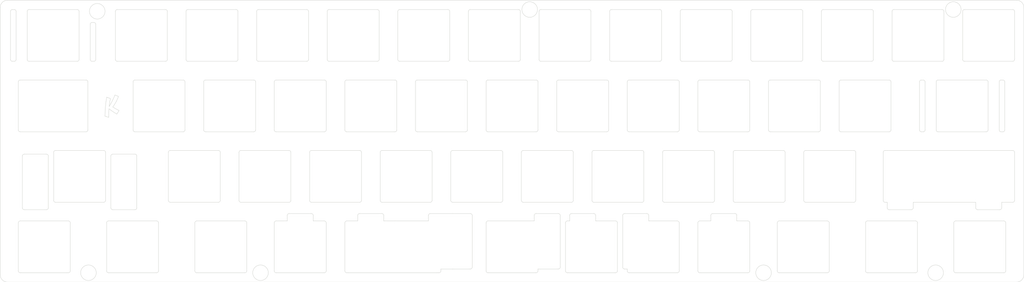
<source format=kicad_pcb>
(kicad_pcb (version 20221018) (generator pcbnew)

  (general
    (thickness 1.6)
  )

  (paper "A3")
  (layers
    (0 "F.Cu" signal)
    (31 "B.Cu" signal)
    (32 "B.Adhes" user "B.Adhesive")
    (33 "F.Adhes" user "F.Adhesive")
    (34 "B.Paste" user)
    (35 "F.Paste" user)
    (36 "B.SilkS" user "B.Silkscreen")
    (37 "F.SilkS" user "F.Silkscreen")
    (38 "B.Mask" user)
    (39 "F.Mask" user)
    (40 "Dwgs.User" user "User.Drawings")
    (41 "Cmts.User" user "User.Comments")
    (42 "Eco1.User" user "User.Eco1")
    (43 "Eco2.User" user "User.Eco2")
    (44 "Edge.Cuts" user)
    (45 "Margin" user)
    (46 "B.CrtYd" user "B.Courtyard")
    (47 "F.CrtYd" user "F.Courtyard")
    (48 "B.Fab" user)
    (49 "F.Fab" user)
    (50 "User.1" user)
    (51 "User.2" user)
    (52 "User.3" user)
    (53 "User.4" user)
    (54 "User.5" user)
    (55 "User.6" user)
    (56 "User.7" user)
    (57 "User.8" user)
    (58 "User.9" user)
  )

  (setup
    (pad_to_mask_clearance 0)
    (aux_axis_origin 75.900836 94.520786)
    (grid_origin 75.900836 94.520786)
    (pcbplotparams
      (layerselection 0x00010fc_ffffffff)
      (plot_on_all_layers_selection 0x0000000_00000000)
      (disableapertmacros false)
      (usegerberextensions false)
      (usegerberattributes true)
      (usegerberadvancedattributes true)
      (creategerberjobfile true)
      (dashed_line_dash_ratio 12.000000)
      (dashed_line_gap_ratio 3.000000)
      (svgprecision 4)
      (plotframeref false)
      (viasonmask false)
      (mode 1)
      (useauxorigin false)
      (hpglpennumber 1)
      (hpglpenspeed 20)
      (hpglpendiameter 15.000000)
      (dxfpolygonmode true)
      (dxfimperialunits true)
      (dxfusepcbnewfont true)
      (psnegative false)
      (psa4output false)
      (plotreference true)
      (plotvalue true)
      (plotinvisibletext false)
      (sketchpadsonfab false)
      (subtractmaskfromsilk false)
      (outputformat 1)
      (mirror false)
      (drillshape 0)
      (scaleselection 1)
      (outputdirectory "")
    )
  )

  (net 0 "")

  (gr_line (start 351.54005 95.935) (end 351.54005 168.135)
    (stroke (width 0.1) (type solid)) (layer "Edge.Cuts") (tstamp 002d6cad-a15f-42f4-a83d-8c58bbdf4923))
  (gr_arc (start 201.66505 96.96) (mid 201.8115 96.606464) (end 202.16505 96.46)
    (stroke (width 0.1) (type solid)) (layer "Edge.Cuts") (tstamp 01ada8af-d34f-47c0-a192-5d8d8a82bb23))
  (gr_arc (start 277.86505 96.96) (mid 278.0115 96.606464) (end 278.36505 96.46)
    (stroke (width 0.1) (type solid)) (layer "Edge.Cuts") (tstamp 01c95714-1721-4d1c-8751-b0d6c95e7e2d))
  (gr_line (start 238.97755 115.51) (end 225.97755 115.51)
    (stroke (width 0.1) (type solid)) (layer "Edge.Cuts") (tstamp 01df96db-785d-4519-baf5-6406785ddc0e))
  (gr_arc (start 124.67755 115.51) (mid 125.031106 115.656458) (end 125.17755 116.01)
    (stroke (width 0.1) (type solid)) (layer "Edge.Cuts") (tstamp 01fde221-f052-4dcf-8c7d-9540c3cc61ad))
  (gr_line (start 277.07755 129.51) (end 264.07755 129.51)
    (stroke (width 0.1) (type solid)) (layer "Edge.Cuts") (tstamp 022c910c-1d5f-4975-87af-dc48752cd09c))
  (gr_line (start 234.71505 109.96) (end 234.71505 96.96)
    (stroke (width 0.1) (type solid)) (layer "Edge.Cuts") (tstamp 02d2b7ec-1054-4942-a169-4743a9437f2d))
  (gr_line (start 215.16505 96.46) (end 202.16505 96.46)
    (stroke (width 0.1) (type solid)) (layer "Edge.Cuts") (tstamp 03109d32-bec2-4661-8f73-2ed18771eca4))
  (gr_arc (start 103.7463 148.06) (mid 103.599853 148.413553) (end 103.2463 148.56)
    (stroke (width 0.1) (type solid)) (layer "Edge.Cuts") (tstamp 031637c1-cd91-4a26-a97a-211e696b7651))
  (gr_arc (start 277.57755 167.11) (mid 277.4311 167.463536) (end 277.07755 167.61)
    (stroke (width 0.1) (type solid)) (layer "Edge.Cuts") (tstamp 03a06658-4de0-41ed-91d0-f45a33135b57))
  (gr_arc (start 344.8713 116.01) (mid 345.017747 115.656447) (end 345.3713 115.51)
    (stroke (width 0.1) (type solid)) (layer "Edge.Cuts") (tstamp 03b5d4e4-07e0-46fa-b651-3631592698f2))
  (gr_line (start 103.7463 148.06) (end 103.7463 135.06)
    (stroke (width 0.1) (type solid)) (layer "Edge.Cuts") (tstamp 03c20a28-119c-43ad-8d16-3321cfa80869))
  (gr_line (start 104.5338 167.61) (end 117.5338 167.61)
    (stroke (width 0.1) (type solid)) (layer "Edge.Cuts") (tstamp 056099e0-c5f8-4f89-8fef-13c15d7218fa))
  (gr_arc (start 216.45255 148.56) (mid 216.098994 148.413542) (end 215.95255 148.06)
    (stroke (width 0.1) (type solid)) (layer "Edge.Cuts") (tstamp 062a02f7-869c-486b-8e2e-9580f1a7dadd))
  (gr_line (start 169.2838 167.61) (end 193.4338 167.61)
    (stroke (width 0.1) (type solid)) (layer "Edge.Cuts") (tstamp 06a17dbb-8a38-470a-b826-45f03acd9066))
  (gr_curve (pts (xy 104.731186 122.646825) (xy 105.750187 121.017061) (xy 106.289636 119.555805) (xy 106.289636 119.555805))
    (stroke (width 0.1) (type solid)) (layer "Edge.Cuts") (tstamp 07eae266-3580-444b-a622-9819e536f7ed))
  (gr_arc (start 202.1718 151.61) (mid 202.525324 151.756476) (end 202.6718 152.11)
    (stroke (width 0.1) (type solid)) (layer "Edge.Cuts") (tstamp 085fed3c-7743-4983-b9a0-767370388905))
  (gr_line (start 168.32755 154.11) (end 168.32755 167.11)
    (stroke (width 0.1) (type solid)) (layer "Edge.Cuts") (tstamp 0879e2f0-f55d-45c2-a352-5199a0b92ad0))
  (gr_arc (start 215.66505 109.96) (mid 215.5186 110.313536) (end 215.16505 110.46)
    (stroke (width 0.1) (type solid)) (layer "Edge.Cuts") (tstamp 087a2c5e-5648-4070-bb71-45b015af2574))
  (gr_circle (center 101.5088 96.935) (end 103.6088 96.935)
    (stroke (width 0.1) (type default)) (fill none) (layer "Edge.Cuts") (tstamp 089b9447-a06c-4fd0-a2f6-6ba24b62df3d))
  (gr_line (start 118.0338 167.11) (end 118.0338 154.11)
    (stroke (width 0.1) (type solid)) (layer "Edge.Cuts") (tstamp 08a5d8e6-edca-4b9a-b28a-bfdfc2d9d1f6))
  (gr_line (start 315.96505 109.96) (end 315.96505 96.96)
    (stroke (width 0.1) (type solid)) (layer "Edge.Cuts") (tstamp 08d78e25-bb4f-4f9d-b3d5-a87bf3d1e7d2))
  (gr_line (start 226.4208 152.11) (end 226.4208 166.11)
    (stroke (width 0.1) (type solid)) (layer "Edge.Cuts") (tstamp 0908f7d1-368f-4664-8678-8e9eeb2c991a))
  (gr_line (start 305.65255 148.56) (end 292.65255 148.56)
    (stroke (width 0.1) (type solid)) (layer "Edge.Cuts") (tstamp 09617614-7109-40f1-874c-3cfe24852b08))
  (gr_arc (start 144.51505 96.96) (mid 144.6615 96.606464) (end 145.01505 96.46)
    (stroke (width 0.1) (type solid)) (layer "Edge.Cuts") (tstamp 0a095649-9240-4391-a7c9-6ae7f7ea4931))
  (gr_line (start 206.92755 153.61) (end 219.4208 153.61)
    (stroke (width 0.1) (type solid)) (layer "Edge.Cuts") (tstamp 0ab794af-51a3-4624-b6aa-ff319f52efdc))
  (gr_line (start 163.27755 116.01) (end 163.27755 129.01)
    (stroke (width 0.1) (type solid)) (layer "Edge.Cuts") (tstamp 0af4fb37-9c28-4da5-a20f-06131eca02e4))
  (gr_arc (start 315.170749 150.560021) (mid 314.817221 150.413549) (end 314.670749 150.060021)
    (stroke (width 0.1) (type solid)) (layer "Edge.Cuts") (tstamp 0bc9dbdd-8921-4fd1-b1a7-b343d0e92a0c))
  (gr_line (start 111.17755 129.01) (end 111.17755 116.01)
    (stroke (width 0.1) (type solid)) (layer "Edge.Cuts") (tstamp 0f868a2e-341b-4218-8727-8aa4dc4a401f))
  (gr_arc (start 273.57755 151.61) (mid 273.931106 151.756458) (end 274.07755 152.11)
    (stroke (width 0.1) (type solid)) (layer "Edge.Cuts") (tstamp 10052c72-a6af-43a2-bcfb-9d0edbbb1086))
  (gr_line (start 282.62755 116.01) (end 282.62755 129.01)
    (stroke (width 0.1) (type solid)) (layer "Edge.Cuts") (tstamp 104c38ca-7b3e-406f-9bb0-3967392d62f9))
  (gr_line (start 267.07755 153.61) (end 264.07755 153.61)
    (stroke (width 0.1) (type solid)) (layer "Edge.Cuts") (tstamp 10bcfd4c-146c-434c-92d4-bfd0484cca3c))
  (gr_line (start 80.2213 116.01) (end 80.2213 129.01)
    (stroke (width 0.1) (type solid)) (layer "Edge.Cuts") (tstamp 10f04815-9e8d-4410-a015-691bc3ec329e))
  (gr_line (start 106.41505 109.96) (end 106.41505 96.96)
    (stroke (width 0.1) (type solid)) (layer "Edge.Cuts") (tstamp 10f17ded-1130-46e6-9b3f-956cdfd2ae85))
  (gr_line (start 177.56505 96.96) (end 177.56505 109.96)
    (stroke (width 0.1) (type solid)) (layer "Edge.Cuts") (tstamp 11ca62a4-24c7-41c0-b1b1-def5f722778f))
  (gr_arc (start 351.54005 168.135) (mid 350.954267 169.549231) (end 349.54005 170.135)
    (stroke (width 0.1) (type solid)) (layer "Edge.Cuts") (tstamp 12c12d0a-8217-4e73-b017-bf1bfb4939d4))
  (gr_line (start 241.8588 167.11) (end 241.8588 154.11)
    (stroke (width 0.1) (type solid)) (layer "Edge.Cuts") (tstamp 13f2c78e-f29b-4804-b1b0-0574abeba80b))
  (gr_line (start 139.75255 148.06) (end 139.75255 135.06)
    (stroke (width 0.1) (type solid)) (layer "Edge.Cuts") (tstamp 148fd5e7-6b9b-481b-ba53-966cb5efbb11))
  (gr_arc (start 111.17755 116.01) (mid 111.324 115.656464) (end 111.67755 115.51)
    (stroke (width 0.1) (type solid)) (layer "Edge.Cuts") (tstamp 14ae7f83-3157-4c24-b0b8-a15c5a25151c))
  (gr_arc (start 197.40255 148.56) (mid 197.048994 148.413542) (end 196.90255 148.06)
    (stroke (width 0.1) (type solid)) (layer "Edge.Cuts") (tstamp 15840658-e62d-4305-949b-e7b2a8333edb))
  (gr_arc (start 332.6338 154.11) (mid 332.780247 153.756447) (end 333.1338 153.61)
    (stroke (width 0.1) (type solid)) (layer "Edge.Cuts") (tstamp 1635bcb3-4f20-4080-998f-3062fc526af4))
  (gr_arc (start 143.72755 115.51) (mid 144.081106 115.656458) (end 144.22755 116.01)
    (stroke (width 0.1) (type solid)) (layer "Edge.Cuts") (tstamp 16362e06-4564-4804-9b49-ccf6d40304cc))
  (gr_curve (pts (xy 106.639637 121.318492) (xy 106.239691 122.058694) (xy 105.706349 122.818001) (xy 105.706349 122.818001))
    (stroke (width 0.1) (type solid)) (layer "Edge.Cuts") (tstamp 163f8956-b18a-460f-81d8-54b2ac1defa0))
  (gr_line (start 314.6708 134.56) (end 314.0838 134.56)
    (stroke (width 0.1) (type solid)) (layer "Edge.Cuts") (tstamp 1645c3db-c61b-4925-b169-de163fba75a9))
  (gr_line (start 140.25255 134.56) (end 153.25255 134.56)
    (stroke (width 0.1) (type solid)) (layer "Edge.Cuts") (tstamp 1838ef67-3258-4ac5-8614-1ba97517d246))
  (gr_line (start 333.1338 153.61) (end 346.1338 153.61)
    (stroke (width 0.1) (type solid)) (layer "Edge.Cuts") (tstamp 185f2024-ae1a-4737-af78-4f24aeb8a6e8))
  (gr_arc (start 134.70255 148.06) (mid 134.5561 148.413536) (end 134.20255 148.56)
    (stroke (width 0.1) (type solid)) (layer "Edge.Cuts") (tstamp 1864c886-314f-4079-9982-191788778aa2))
  (gr_line (start 153.75255 135.06) (end 153.75255 148.06)
    (stroke (width 0.1) (type solid)) (layer "Edge.Cuts") (tstamp 18d528b3-6699-4736-aec3-4dd097f02c07))
  (gr_line (start 107.38055 123.751227) (end 106.802816 124.723357)
    (stroke (width 0.1) (type solid)) (layer "Edge.Cuts") (tstamp 19fc723a-594b-4e4c-b429-07e178d7931f))
  (gr_curve (pts (xy 107.223585 119.946155) (xy 106.915791 120.807022) (xy 106.639637 121.318492) (xy 106.639637 121.318492))
    (stroke (width 0.1) (type solid)) (layer "Edge.Cuts") (tstamp 1a0877ce-6d8a-48fa-b127-22df441d199f))
  (gr_line (start 245.02755 115.51) (end 258.02755 115.51)
    (stroke (width 0.1) (type solid)) (layer "Edge.Cuts") (tstamp 1a22841e-f811-4457-afce-84d884168f2e))
  (gr_line (start 168.32755 129.01) (end 168.32755 116.01)
    (stroke (width 0.1) (type solid)) (layer "Edge.Cuts") (tstamp 1a443161-9d9b-45fc-8270-ee327723b73b))
  (gr_line (start 202.6718 166.11) (end 202.6718 152.11)
    (stroke (width 0.1) (type solid)) (layer "Edge.Cuts") (tstamp 1a619fb2-a1a7-439a-b048-e403528bd6db))
  (gr_arc (start 196.11505 96.46) (mid 196.468606 96.606458) (end 196.61505 96.96)
    (stroke (width 0.1) (type solid)) (layer "Edge.Cuts") (tstamp 1ba6f4b9-fc76-4267-a749-3b81e399b4ae))
  (gr_line (start 215.95255 135.06) (end 215.95255 148.06)
    (stroke (width 0.1) (type solid)) (layer "Edge.Cuts") (tstamp 1c4956c8-e150-4e6a-afcd-1b916eddb731))
  (gr_line (start 267.55255 148.56) (end 254.55255 148.56)
    (stroke (width 0.1) (type solid)) (layer "Edge.Cuts") (tstamp 1c663b05-6813-4fe1-a5f3-310c697c771b))
  (gr_line (start 296.62755 129.01) (end 296.62755 116.01)
    (stroke (width 0.1) (type solid)) (layer "Edge.Cuts") (tstamp 1e32c304-ba9e-4f25-a314-0a5d7aa9d6e8))
  (gr_arc (start 296.91505 96.96) (mid 297.0615 96.606464) (end 297.41505 96.46)
    (stroke (width 0.1) (type solid)) (layer "Edge.Cuts") (tstamp 1f276c22-79a6-48a8-9484-3827afc884b5))
  (gr_circle (center 332.49005 96.46) (end 334.59005 96.46)
    (stroke (width 0.1) (type default)) (fill none) (layer "Edge.Cuts") (tstamp 1f581381-5ce0-4cb8-9112-949823434818))
  (gr_arc (start 235.00255 135.06) (mid 235.149 134.706464) (end 235.50255 134.56)
    (stroke (width 0.1) (type solid)) (layer "Edge.Cuts") (tstamp 21c50e8f-6205-4234-8244-e31249b373c2))
  (gr_arc (start 120.70255 135.06) (mid 120.849 134.706464) (end 121.20255 134.56)
    (stroke (width 0.1) (type solid)) (layer "Edge.Cuts") (tstamp 223b7885-1499-4968-a380-0d8f2b7c9dfa))
  (gr_arc (start 239.76505 96.96) (mid 239.9115 96.606464) (end 240.26505 96.46)
    (stroke (width 0.1) (type solid)) (layer "Edge.Cuts") (tstamp 2267ff86-2ac3-414e-90bf-17a3fef75793))
  (gr_arc (start 258.81505 96.96) (mid 258.9615 96.606464) (end 259.31505 96.46)
    (stroke (width 0.1) (type solid)) (layer "Edge.Cuts") (tstamp 232dac47-483f-4af1-9ad0-d8d3c6b304b1))
  (gr_arc (start 285.0088 154.11) (mid 285.155247 153.756447) (end 285.5088 153.61)
    (stroke (width 0.1) (type solid)) (layer "Edge.Cuts") (tstamp 238ee54d-d1ef-4d40-800e-65f3ec9e62d5))
  (gr_line (start 159.77755 153.61) (end 159.77755 152.11)
    (stroke (width 0.1) (type solid)) (layer "Edge.Cuts") (tstamp 23eef206-df4e-4568-b461-78e22e249ee8))
  (gr_line (start 130.72755 129.51) (end 143.72755 129.51)
    (stroke (width 0.1) (type solid)) (layer "Edge.Cuts") (tstamp 24886bba-0071-4f1c-a17c-6a9be4ce0da3))
  (gr_line (start 324.3713 115.51) (end 323.8713 115.51)
    (stroke (width 0.1) (type solid)) (layer "Edge.Cuts") (tstamp 24a70558-b5cc-48ea-9dd0-4a9bfacca0f1))
  (gr_arc (start 215.16505 96.46) (mid 215.518606 96.606458) (end 215.66505 96.96)
    (stroke (width 0.1) (type solid)) (layer "Edge.Cuts") (tstamp 256488c7-7757-4b66-b40a-ab2b50db8d9a))
  (gr_line (start 327.8713 129.01) (end 327.8713 116.01)
    (stroke (width 0.1) (type solid)) (layer "Edge.Cuts") (tstamp 258b9bb7-918f-4787-8d25-5844fa320b31))
  (gr_line (start 221.21505 110.46) (end 234.21505 110.46)
    (stroke (width 0.1) (type solid)) (layer "Edge.Cuts") (tstamp 26345f5f-3633-4bdb-95c3-b717dd52111b))
  (gr_arc (start 258.52755 167.11) (mid 258.3811 167.463536) (end 258.02755 167.61)
    (stroke (width 0.1) (type solid)) (layer "Edge.Cuts") (tstamp 26d3879e-810e-46be-bcc0-4087c7711731))
  (gr_arc (start 80.2213 116.01) (mid 80.367747 115.656447) (end 80.7213 115.51)
    (stroke (width 0.1) (type solid)) (layer "Edge.Cuts") (tstamp 26d95228-23a6-40e3-864b-a0da7ed2d3fa))
  (gr_arc (start 299.0088 167.11) (mid 298.862353 167.463553) (end 298.5088 167.61)
    (stroke (width 0.1) (type solid)) (layer "Edge.Cuts") (tstamp 27e33ddc-ead4-43f1-ac2c-29c5816f4990))
  (gr_arc (start 152.77755 152.11) (mid 152.924 151.756464) (end 153.27755 151.61)
    (stroke (width 0.1) (type solid)) (layer "Edge.Cuts") (tstamp 2842f507-d19b-4731-808f-1f7a78d0f794))
  (gr_line (start 299.0088 167.11) (end 299.0088 154.11)
    (stroke (width 0.1) (type solid)) (layer "Edge.Cuts") (tstamp 28f1f94a-362d-4d11-ac92-a28d98f4039e))
  (gr_line (start 200.87755 115.51) (end 187.87755 115.51)
    (stroke (width 0.1) (type solid)) (layer "Edge.Cuts") (tstamp 296e63a5-f1cb-4ed8-b850-990304e576db))
  (gr_arc (start 228.97755 152.11) (mid 229.124 151.756464) (end 229.47755 151.61)
    (stroke (width 0.1) (type solid)) (layer "Edge.Cuts") (tstamp 29b15389-5f6a-4d1f-96d1-25d36fcb21bc))
  (gr_arc (start 138.96505 96.46) (mid 139.318606 96.606458) (end 139.46505 96.96)
    (stroke (width 0.1) (type solid)) (layer "Edge.Cuts") (tstamp 2a233be2-503a-4b93-b203-9e1b99009ecf))
  (gr_arc (start 315.96505 96.96) (mid 316.1115 96.606464) (end 316.46505 96.46)
    (stroke (width 0.1) (type solid)) (layer "Edge.Cuts") (tstamp 2a4f05a7-234a-415e-b3fd-41282042b66e))
  (gr_arc (start 283.12755 129.51) (mid 282.773994 129.363542) (end 282.62755 129.01)
    (stroke (width 0.1) (type solid)) (layer "Edge.Cuts") (tstamp 2a8f31bb-2b1f-4763-8995-e46896077b0a))
  (gr_line (start 105.6843 135.56) (end 111.6843 135.56)
    (stroke (width 0.1) (type solid)) (layer "Edge.Cuts") (tstamp 2a950fac-d39b-4b81-9c78-5baa0e0c8cea))
  (gr_line (start 196.61505 96.96) (end 196.61505 109.96)
    (stroke (width 0.1) (type solid)) (layer "Edge.Cuts") (tstamp 2aeee952-395e-4ea5-9d6c-73062b2a378a))
  (gr_arc (start 315.67755 129.01) (mid 315.5311 129.363536) (end 315.17755 129.51)
    (stroke (width 0.1) (type solid)) (layer "Edge.Cuts") (tstamp 2b3a92a8-4591-47b5-884f-fe384d96687c))
  (gr_arc (start 104.5338 167.61) (mid 104.180276 167.463524) (end 104.0338 167.11)
    (stroke (width 0.1) (type solid)) (layer "Edge.Cuts") (tstamp 2c4081cb-58af-41e1-abe2-47ee083b3071))
  (gr_arc (start 328.3713 129.51) (mid 328.017776 129.363524) (end 327.8713 129.01)
    (stroke (width 0.1) (type solid)) (layer "Edge.Cuts") (tstamp 2d6fcecd-92bc-421f-8fd2-496f37ccfa22))
  (gr_curve (pts (xy 106.802816 124.723357) (xy 105.763989 124.155174) (xy 104.67424 123.294796) (xy 104.67424 123.294796))
    (stroke (width 0.1) (type solid)) (layer "Edge.Cuts") (tstamp 2dbdfa0b-43fd-4cb3-a1fb-50cea0d78f02))
  (gr_line (start 248.50255 148.56) (end 235.50255 148.56)
    (stroke (width 0.1) (type solid)) (layer "Edge.Cuts") (tstamp 2e3dc73c-823e-4ae3-a309-e324c5750e43))
  (gr_line (start 297.41505 110.46) (end 310.41505 110.46)
    (stroke (width 0.1) (type solid)) (layer "Edge.Cuts") (tstamp 2e729138-bd6f-4071-bfce-0646bc5d9426))
  (gr_arc (start 285.5088 167.61) (mid 285.155276 167.463524) (end 285.0088 167.11)
    (stroke (width 0.1) (type solid)) (layer "Edge.Cuts") (tstamp 2eb76bf3-21b1-444c-85b4-9c03a8ff5781))
  (gr_arc (start 81.8083 150.56) (mid 81.454747 150.413553) (end 81.3083 150.06)
    (stroke (width 0.1) (type solid)) (layer "Edge.Cuts") (tstamp 2f2019e5-ba8c-46fc-959c-d04a32e736fd))
  (gr_line (start 243.7968 151.61) (end 249.7968 151.61)
    (stroke (width 0.1) (type solid)) (layer "Edge.Cuts") (tstamp 2fb32ca6-874e-4b35-b34c-bdf176d90dd4))
  (gr_arc (start 78.60255 110.46) (mid 78.249029 110.313536) (end 78.10255 109.96)
    (stroke (width 0.1) (type solid)) (layer "Edge.Cuts") (tstamp 30222a33-ce08-442d-854a-1b39049e5b00))
  (gr_arc (start 346.1338 153.61) (mid 346.487324 153.756476) (end 346.6338 154.11)
    (stroke (width 0.1) (type solid)) (layer "Edge.Cuts") (tstamp 303dc418-6d6a-4ee9-8ee1-d5e44f948e22))
  (gr_line (start 345.546749 150.060021) (end 345.546749 148.560021)
    (stroke (width 0.1) (type solid)) (layer "Edge.Cuts") (tstamp 309ac789-797a-4f60-ad4e-e86f52ad2704))
  (gr_line (start 310.91505 109.96) (end 310.91505 96.96)
    (stroke (width 0.1) (type solid)) (layer "Edge.Cuts") (tstamp 30b53f42-b646-460c-b7ac-0ec619bfc1ee))
  (gr_arc (start 125.96505 110.46) (mid 125.611494 110.313542) (end 125.46505 109.96)
    (stroke (width 0.1) (type solid)) (layer "Edge.Cuts") (tstamp 30fef86c-4921-44fa-bcb5-b132bb824b2f))
  (gr_line (start 283.12755 129.51) (end 296.12755 129.51)
    (stroke (width 0.1) (type solid)) (layer "Edge.Cuts") (tstamp 31d350a7-8568-4826-b71a-ed1a20cc37c8))
  (gr_line (start 158.01505 96.46) (end 145.01505 96.46)
    (stroke (width 0.1) (type solid)) (layer "Edge.Cuts") (tstamp 32ba7b4a-380a-4b7a-a728-e61e6aaf8889))
  (gr_line (start 292.65255 134.56) (end 305.65255 134.56)
    (stroke (width 0.1) (type solid)) (layer "Edge.Cuts") (tstamp 33aaf2c7-852b-4e12-bfd0-750fc57c2147))
  (gr_line (start 206.42755 116.01) (end 206.42755 129.01)
    (stroke (width 0.1) (type solid)) (layer "Edge.Cuts") (tstamp 33d83afa-3fbc-403d-83fa-c91930006ca3))
  (gr_arc (start 104.0338 154.11) (mid 104.180247 153.756447) (end 104.5338 153.61)
    (stroke (width 0.1) (type solid)) (layer "Edge.Cuts") (tstamp 342fee19-0557-4968-af9b-1c4417e885f1))
  (gr_line (start 187.37755 116.01) (end 187.37755 129.01)
    (stroke (width 0.1) (type solid)) (layer "Edge.Cuts") (tstamp 34521dad-eb01-4a65-bcf6-3a315c9307f2))
  (gr_arc (start 81.3083 136.06) (mid 81.454747 135.706447) (end 81.8083 135.56)
    (stroke (width 0.1) (type solid)) (layer "Edge.Cuts") (tstamp 3479ce04-95cd-4ab9-841b-b391a61354b5))
  (gr_line (start 101.10255 100.46) (end 101.10255 109.96)
    (stroke (width 0.1) (type default)) (layer "Edge.Cuts") (tstamp 35774b8a-0884-4422-905d-657ff07c1894))
  (gr_arc (start 210.40255 134.56) (mid 210.756106 134.706458) (end 210.90255 135.06)
    (stroke (width 0.1) (type solid)) (layer "Edge.Cuts") (tstamp 359ca19c-6cd2-4f5f-9d91-ea245a71ffba))
  (gr_line (start 125.96505 110.46) (end 138.96505 110.46)
    (stroke (width 0.1) (type solid)) (layer "Edge.Cuts") (tstamp 35c269cd-75bb-4a58-a99f-c994b27bc23a))
  (gr_line (start 177.85255 135.06) (end 177.85255 148.06)
    (stroke (width 0.1) (type solid)) (layer "Edge.Cuts") (tstamp 362d1115-cdab-4300-a4be-fc424e98f727))
  (gr_arc (start 245.02755 167.61) (mid 244.673994 167.463542) (end 244.52755 167.11)
    (stroke (width 0.1) (type solid)) (layer "Edge.Cuts") (tstamp 3665f662-154f-4495-bfbb-53fe286f439a))
  (gr_line (start 100.10255 110.46) (end 100.60255 110.46)
    (stroke (width 0.1) (type solid)) (layer "Edge.Cuts") (tstamp 36703282-04db-4698-a610-dc54c8491f67))
  (gr_arc (start 306.15255 148.06) (mid 306.0061 148.413536) (end 305.65255 148.56)
    (stroke (width 0.1) (type solid)) (layer "Edge.Cuts") (tstamp 3732b54a-a948-4abf-b1b1-f8fe3f2f3612))
  (gr_arc (start 346.3713 129.01) (mid 346.224853 129.363553) (end 345.8713 129.51)
    (stroke (width 0.1) (type solid)) (layer "Edge.Cuts") (tstamp 37928b5b-76f3-4656-9d74-05f3c419d627))
  (gr_arc (start 323.8713 129.51) (mid 323.517776 129.363524) (end 323.3713 129.01)
    (stroke (width 0.1) (type solid)) (layer "Edge.Cuts") (tstamp 37a8abbc-d974-484c-9a7a-ee970a72ff1a))
  (gr_arc (start 119.91505 96.46) (mid 120.268606 96.606458) (end 120.41505 96.96)
    (stroke (width 0.1) (type solid)) (layer "Edge.Cuts") (tstamp 383dede1-1cc5-43ec-ba76-6480d6e88150))
  (gr_line (start 182.32755 116.01) (end 182.32755 129.01)
    (stroke (width 0.1) (type solid)) (layer "Edge.Cuts") (tstamp 3891a661-b465-4318-8c11-172afc4c08e5))
  (gr_arc (start 96.10255 96.46) (mid 96.456106 96.606458) (end 96.60255 96.96)
    (stroke (width 0.1) (type solid)) (layer "Edge.Cuts") (tstamp 3979871e-7b20-4c09-b744-c9534f3a0e3b))
  (gr_line (start 149.27755 129.01) (end 149.27755 116.01)
    (stroke (width 0.1) (type solid)) (layer "Edge.Cuts") (tstamp 398f67d2-e72b-48f0-bddb-c757406909b9))
  (gr_arc (start 111.6843 135.56) (mid 112.037824 135.706476) (end 112.1843 136.06)
    (stroke (width 0.1) (type solid)) (layer "Edge.Cuts") (tstamp 39b7d39d-a40c-4dc6-8447-2d94f85667cb))
  (gr_line (start 98.9838 129.01) (end 98.9838 116.01)
    (stroke (width 0.1) (type solid)) (layer "Edge.Cuts") (tstamp 39ba4c7e-cb57-467f-96db-f17a8968ed15))
  (gr_line (start 78.60255 110.46) (end 79.10255 110.46)
    (stroke (width 0.1) (type solid)) (layer "Edge.Cuts") (tstamp 39e6ad3e-1dde-492f-807b-e67c957eb0a5))
  (gr_line (start 94.2213 167.11) (end 94.2213 154.11)
    (stroke (width 0.1) (type solid)) (layer "Edge.Cuts") (tstamp 3b976fd9-f279-4f0e-9b7a-89dc9fd18f51))
  (gr_arc (start 348.51505 134.56) (mid 348.868606 134.706458) (end 349.01505 135.06)
    (stroke (width 0.1) (type solid)) (layer "Edge.Cuts") (tstamp 3ba09ab3-df17-4b27-8e46-fe9ea32ce96b))
  (gr_line (start 88.3083 136.06) (end 88.3083 150.06)
    (stroke (width 0.1) (type solid)) (layer "Edge.Cuts") (tstamp 3bd4e494-7364-41f9-8910-607876d3bb68))
  (gr_arc (start 194.2338 167.11) (mid 194.087353 167.463553) (end 193.7338 167.61)
    (stroke (width 0.1) (type solid)) (layer "Edge.Cuts") (tstamp 3be2a5ac-3f2b-4de4-8177-92118547a90d))
  (gr_line (start 80.7213 167.61) (end 93.7213 167.61)
    (stroke (width 0.1) (type solid)) (layer "Edge.Cuts") (tstamp 3c1544b1-6c40-4e41-9f9e-6bd2d478907f))
  (gr_line (start 106.289636 119.555805) (end 107.223585 119.946155)
    (stroke (width 0.1) (type solid)) (layer "Edge.Cuts") (tstamp 3c4319aa-296c-4637-8101-60d24a9807d7))
  (gr_arc (start 112.1843 150.06) (mid 112.037853 150.413553) (end 111.6843 150.56)
    (stroke (width 0.1) (type solid)) (layer "Edge.Cuts") (tstamp 3c56a53e-f134-407f-8375-3aa34130ab53))
  (gr_line (start 134.20255 134.56) (end 121.20255 134.56)
    (stroke (width 0.1) (type solid)) (layer "Edge.Cuts") (tstamp 3c71cb11-69a4-4d3d-bb87-21530c7e0e0c))
  (gr_line (start 220.71505 96.96) (end 220.71505 109.96)
    (stroke (width 0.1) (type solid)) (layer "Edge.Cuts") (tstamp 3d7822e3-0eb1-498e-8d89-53f673ec0e3d))
  (gr_line (start 87.8083 150.56) (end 81.8083 150.56)
    (stroke (width 0.1) (type solid)) (layer "Edge.Cuts") (tstamp 3de0c84f-83ef-4f8e-90cc-cd97c1d270fa))
  (gr_line (start 310.41505 96.46) (end 297.41505 96.46)
    (stroke (width 0.1) (type solid)) (layer "Edge.Cuts") (tstamp 3e673da8-1335-4a3e-ba6a-a55cb36d8e8b))
  (gr_arc (start 277.07755 115.51) (mid 277.431106 115.656458) (end 277.57755 116.01)
    (stroke (width 0.1) (type solid)) (layer "Edge.Cuts") (tstamp 3f03d936-8b1e-4174-98c5-46828d73081e))
  (gr_line (start 339.046749 150.560021) (end 345.046749 150.560021)
    (stroke (width 0.1) (type solid)) (layer "Edge.Cuts") (tstamp 3fe4ed8f-d2e6-4630-87c8-806643027c9a))
  (gr_line (start 287.10255 148.06) (end 287.10255 135.06)
    (stroke (width 0.1) (type solid)) (layer "Edge.Cuts") (tstamp 400e1fc5-869f-435e-8581-f524e6a1016f))
  (gr_arc (start 181.82755 115.51) (mid 182.181106 115.656458) (end 182.32755 116.01)
    (stroke (width 0.1) (type solid)) (layer "Edge.Cuts") (tstamp 40824144-98c7-4985-9cb0-4f373a85119c))
  (gr_arc (start 323.3713 116.01) (mid 323.517747 115.656447) (end 323.8713 115.51)
    (stroke (width 0.1) (type solid)) (layer "Edge.Cuts") (tstamp 413dd5a8-1e52-47cc-bb31-2117cbadb7bd))
  (gr_arc (start 292.15255 135.06) (mid 292.299 134.706464) (end 292.65255 134.56)
    (stroke (width 0.1) (type solid)) (layer "Edge.Cuts") (tstamp 4167476f-59ab-4ffa-8929-5e42f8fcc099))
  (gr_arc (start 177.85255 135.06) (mid 177.999 134.706464) (end 178.35255 134.56)
    (stroke (width 0.1) (type solid)) (layer "Edge.Cuts") (tstamp 427f8865-f922-4647-bb48-82fec31219c9))
  (gr_arc (start 313.5838 135.06) (mid 313.730247 134.706447) (end 314.0838 134.56)
    (stroke (width 0.1) (type solid)) (layer "Edge.Cuts") (tstamp 42fd2cd5-55fb-4b4c-87a5-fea2b16a35ef))
  (gr_line (start 277.86505 109.96) (end 277.86505 96.96)
    (stroke (width 0.1) (type solid)) (layer "Edge.Cuts") (tstamp 43c4e27a-be51-42dc-a926-ed81b589efd0))
  (gr_arc (start 141.8463 167.11) (mid 141.699853 167.463553) (end 141.3463 167.61)
    (stroke (width 0.1) (type solid)) (layer "Edge.Cuts") (tstamp 44902899-b75d-472d-b4a5-022bb843f028))
  (gr_arc (start 93.7213 153.61) (mid 94.074824 153.756476) (end 94.2213 154.11)
    (stroke (width 0.1) (type solid)) (layer "Edge.Cuts") (tstamp 44ac7a39-6280-487b-b83a-3067d67323bc))
  (gr_arc (start 79.60255 109.96) (mid 79.4561 110.313536) (end 79.10255 110.46)
    (stroke (width 0.1) (type solid)) (layer "Edge.Cuts") (tstamp 44e2d587-4bc0-4105-b5a8-d7824d4aaaaa))
  (gr_line (start 111.67755 115.51) (end 124.67755 115.51)
    (stroke (width 0.1) (type solid)) (layer "Edge.Cuts") (tstamp 450bdd6a-1549-4289-bda8-e7f999e2fd02))
  (gr_arc (start 158.51505 109.96) (mid 158.3686 110.313536) (end 158.01505 110.46)
    (stroke (width 0.1) (type solid)) (layer "Edge.Cuts") (tstamp 4581ab91-8ec8-47c5-bc90-fcb9c156137f))
  (gr_arc (start 159.30255 148.56) (mid 158.948994 148.413542) (end 158.80255 148.06)
    (stroke (width 0.1) (type solid)) (layer "Edge.Cuts") (tstamp 461b4a3e-fdd0-46b1-b563-3b611ab8ae22))
  (gr_line (start 314.6708 134.56) (end 348.20505 134.56)
    (stroke (width 0.1) (type default)) (layer "Edge.Cuts") (tstamp 47628aed-a472-4ffc-91ba-afcd4600eb05))
  (gr_line (start 258.02755 129.51) (end 245.02755 129.51)
    (stroke (width 0.1) (type solid)) (layer "Edge.Cuts") (tstamp 4899da0a-11d3-42b4-936a-a32010626a53))
  (gr_line (start 335.51505 96.46) (end 348.51505 96.46)
    (stroke (width 0.1) (type solid)) (layer "Edge.Cuts") (tstamp 49056efc-96fb-44f6-ac1a-1dfd52a42e88))
  (gr_line (start 274.07755 153.61) (end 274.07755 152.11)
    (stroke (width 0.1) (type solid)) (layer "Edge.Cuts") (tstamp 497c4b1f-ac02-4390-aadf-4b3a6a3d53b0))
  (gr_line (start 100.60255 99.96) (end 100.10255 99.96)
    (stroke (width 0.1) (type solid)) (layer "Edge.Cuts") (tstamp 49a23cb3-9e12-44cc-80cf-3ae36ac7624d))
  (gr_line (start 191.85255 148.06) (end 191.85255 135.06)
    (stroke (width 0.1) (type solid)) (layer "Edge.Cuts") (tstamp 4a03f133-9f16-4ee1-8062-cac281e0523f))
  (gr_line (start 229.95255 148.06) (end 229.95255 135.06)
    (stroke (width 0.1) (type solid)) (layer "Edge.Cuts") (tstamp 4a0a039b-a371-41b2-89fe-b340e0235495))
  (gr_arc (start 139.75255 135.06) (mid 139.899 134.706464) (end 140.25255 134.56)
    (stroke (width 0.1) (type solid)) (layer "Edge.Cuts") (tstamp 4a3e8f65-43f6-4f58-9a93-65b797cf27f8))
  (gr_arc (start 162.77755 115.51) (mid 163.131106 115.656458) (end 163.27755 116.01)
    (stroke (width 0.1) (type solid)) (layer "Edge.Cuts") (tstamp 4adbc739-b0ca-4080-9f7f-31709655ccfe))
  (gr_line (start 119.91505 110.46) (end 106.91505 110.46)
    (stroke (width 0.1) (type solid)) (layer "Edge.Cuts") (tstamp 4b3c4314-f280-423e-b215-68f0eba74a3b))
  (gr_arc (start 268.05255 148.06) (mid 267.9061 148.413536) (end 267.55255 148.56)
    (stroke (width 0.1) (type solid)) (layer "Edge.Cuts") (tstamp 4ba810b7-6600-4df0-a0da-5139cc121804))
  (gr_arc (start 117.5338 153.61) (mid 117.887324 153.756476) (end 118.0338 154.11)
    (stroke (width 0.1) (type solid)) (layer "Edge.Cuts") (tstamp 4c81df96-3810-4f8b-9153-439c4593c411))
  (gr_line (start 309.3213 167.61) (end 322.3213 167.61)
    (stroke (width 0.1) (type solid)) (layer "Edge.Cuts") (tstamp 4cbb2fa7-986f-4ecc-b950-684786bcd931))
  (gr_line (start 112.1843 136.06) (end 112.1843 150.06)
    (stroke (width 0.1) (type solid)) (layer "Edge.Cuts") (tstamp 4cc772ff-4555-4880-9719-ac8093be887f))
  (gr_line (start 258.81505 109.96) (end 258.81505 96.96)
    (stroke (width 0.1) (type solid)) (layer "Edge.Cuts") (tstamp 4e536b6a-404b-4cde-aaad-12fa5dd0a76c))
  (gr_arc (start 178.35255 148.56) (mid 177.998994 148.413542) (end 177.85255 148.06)
    (stroke (width 0.1) (type solid)) (layer "Edge.Cuts") (tstamp 4ea08d28-e3f8-4c8c-b1ca-00988c4be5da))
  (gr_line (start 314.670749 148.560021) (end 314.670749 150.060021)
    (stroke (width 0.1) (type solid)) (layer "Edge.Cuts") (tstamp 4f13c120-f834-489a-b750-f3b19b7a6d02))
  (gr_arc (start 235.50255 148.56) (mid 235.148994 148.413542) (end 235.00255 148.06)
    (stroke (width 0.1) (type solid)) (layer "Edge.Cuts") (tstamp 4f757340-e1ff-4ff0-9539-88c9f759adbe))
  (gr_arc (start 178.2958 151.61) (mid 178.649324 151.756476) (end 178.7958 152.11)
    (stroke (width 0.1) (type solid)) (layer "Edge.Cuts") (tstamp 517916be-9260-452e-976f-664801a6a116))
  (gr_arc (start 302.17755 129.51) (mid 301.823994 129.363542) (end 301.67755 129.01)
    (stroke (width 0.1) (type solid)) (layer "Edge.Cuts") (tstamp 51afafa7-404e-4632-82a2-826a386616a5))
  (gr_line (start 272.31505 110.46) (end 259.31505 110.46)
    (stroke (width 0.1) (type solid)) (layer "Edge.Cuts") (tstamp 51b251cf-69c3-42f3-bbba-630e22a3d383))
  (gr_line (start 273.57755 151.61) (end 267.57755 151.61)
    (stroke (width 0.1) (type solid)) (layer "Edge.Cuts") (tstamp 523cbaf9-6ac3-47a3-8737-f686602addd6))
  (gr_line (start 81.3083 150.06) (end 81.3083 136.06)
    (stroke (width 0.1) (type solid)) (layer "Edge.Cuts") (tstamp 526b4c51-8d61-4fa6-ae64-19d88f362583))
  (gr_line (start 228.97755 153.61) (end 228.3588 153.61)
    (stroke (width 0.1) (type solid)) (layer "Edge.Cuts") (tstamp 54cd0c52-8f9d-4aed-af8c-b01fc9e3a4ba))
  (gr_arc (start 98.4838 115.51) (mid 98.837324 115.656476) (end 98.9838 116.01)
    (stroke (width 0.1) (type solid)) (layer "Edge.Cuts") (tstamp 54e5badb-5388-4514-a53e-1759e7d3ba38))
  (gr_line (start 139.46505 109.96) (end 139.46505 96.96)
    (stroke (width 0.1) (type solid)) (layer "Edge.Cuts") (tstamp 5516baf2-1a9e-433a-b94d-96b3f095e2ba))
  (gr_arc (start 80.7213 167.61) (mid 80.367747 167.463553) (end 80.2213 167.11)
    (stroke (width 0.1) (type solid)) (layer "Edge.Cuts") (tstamp 55208dc9-bd54-4950-b279-46cc3c5337e9))
  (gr_line (start 323.3713 116.01) (end 323.3713 129.01)
    (stroke (width 0.1) (type solid)) (layer "Edge.Cuts") (tstamp 5630669e-30ca-4ebe-ad35-5e39d66e7282))
  (gr_line (start 128.3463 153.61) (end 141.3463 153.61)
    (stroke (width 0.1) (type solid)) (layer "Edge.Cuts") (tstamp 56356b9f-e9ff-47c6-b36e-89bc62c662c3))
  (gr_arc (start 202.6718 166.11) (mid 202.525353 166.463553) (end 202.1718 166.61)
    (stroke (width 0.1) (type solid)) (layer "Edge.Cuts") (tstamp 563b48a8-a91f-4acf-aa72-a1c09e62ab36))
  (gr_arc (start 322.8213 167.11) (mid 322.674853 167.463553) (end 322.3213 167.61)
    (stroke (width 0.1) (type solid)) (layer "Edge.Cuts") (tstamp 56fc1bbe-3786-458f-9904-7f5fd6311ccf))
  (gr_arc (start 234.71505 109.96) (mid 234.5686 110.313536) (end 234.21505 110.46)
    (stroke (width 0.1) (type solid)) (layer "Edge.Cuts") (tstamp 576ff7a3-4b67-4cda-93a3-4f7cd02e29d5))
  (gr_arc (start 139.46505 109.96) (mid 139.3186 110.313536) (end 138.96505 110.46)
    (stroke (width 0.1) (type solid)) (layer "Edge.Cuts") (tstamp 583ad993-fb89-40d6-ae23-ead039906d23))
  (gr_arc (start 87.8083 135.56) (mid 88.161824 135.706476) (end 88.3083 136.06)
    (stroke (width 0.1) (type solid)) (layer "Edge.Cuts") (tstamp 58aa84db-490a-4ff3-b643-61b852a89674))
  (gr_line (start 105.1843 150.06) (end 105.1843 136.06)
    (stroke (width 0.1) (type solid)) (layer "Edge.Cuts") (tstamp 58c4d3a9-661e-46fc-8a45-ba4a7487baf8))
  (gr_arc (start 339.046749 150.560021) (mid 338.693211 150.413559) (end 338.546749 150.060021)
    (stroke (width 0.1) (type solid)) (layer "Edge.Cuts") (tstamp 58e72757-52f3-4741-b582-78417f37f2ce))
  (gr_line (start 215.66505 109.96) (end 215.66505 96.96)
    (stroke (width 0.1) (type solid)) (layer "Edge.Cuts") (tstamp 595da1a3-6d8e-4e72-8c06-839dfcf4994a))
  (gr_line (start 141.8463 154.11) (end 141.8463 167.11)
    (stroke (width 0.1) (type solid)) (layer "Edge.Cuts") (tstamp 598bb5fd-1571-47d5-b45c-3fa41ea4799b))
  (gr_arc (start 158.01505 96.46) (mid 158.368606 96.606458) (end 158.51505 96.96)
    (stroke (width 0.1) (type solid)) (layer "Edge.Cuts") (tstamp 5a4aa781-2241-49ed-8df7-93f0cb22f97f))
  (gr_arc (start 125.46505 96.96) (mid 125.6115 96.606464) (end 125.96505 96.46)
    (stroke (width 0.1) (type solid)) (layer "Edge.Cuts") (tstamp 5bbbd659-a49e-4785-8437-854988aec9b2))
  (gr_line (start 121.20255 148.56) (end 134.20255 148.56)
    (stroke (width 0.1) (type solid)) (layer "Edge.Cuts") (tstamp 5bbf5b92-1496-405a-b065-84d87cbdfa00))
  (gr_arc (start 196.90255 135.06) (mid 197.049 134.706464) (end 197.40255 134.56)
    (stroke (width 0.1) (type solid)) (layer "Edge.Cuts") (tstamp 5bdeba1e-d148-45d2-997f-88daefc29ebf))
  (gr_line (start 194.2338 166.61) (end 194.2338 167.11)
    (stroke (width 0.1) (type solid)) (layer "Edge.Cuts") (tstamp 5c02c110-ec7c-48b5-a41f-15b70fb86de1))
  (gr_arc (start 94.2213 167.11) (mid 94.074853 167.463553) (end 93.7213 167.61)
    (stroke (width 0.1) (type solid)) (layer "Edge.Cuts") (tstamp 5c97eeec-429f-46ea-bc68-5d7d9ddac345))
  (gr_line (start 315.170749 150.560021) (end 321.170749 150.560021)
    (stroke (width 0.1) (type solid)) (layer "Edge.Cuts") (tstamp 5cf098f6-84f3-4db9-948d-8e3fa7bb3027))
  (gr_arc (start 345.8713 115.51) (mid 346.224824 115.656476) (end 346.3713 116.01)
    (stroke (width 0.1) (type solid)) (layer "Edge.Cuts") (tstamp 5d2af84f-5477-452e-8937-8faefa05205b))
  (gr_arc (start 183.11505 110.46) (mid 182.761494 110.313542) (end 182.61505 109.96)
    (stroke (width 0.1) (type solid)) (layer "Edge.Cuts") (tstamp 5e3d4a87-2b5c-4864-a0de-042208e24c0e))
  (gr_arc (start 206.92755 167.61) (mid 206.573994 167.463542) (end 206.42755 167.11)
    (stroke (width 0.1) (type solid)) (layer "Edge.Cuts") (tstamp 5e91e655-2246-475c-a255-df5ed64bf047))
  (gr_line (start 145.01505 110.46) (end 158.01505 110.46)
    (stroke (width 0.1) (type solid)) (layer "Edge.Cuts") (tstamp 5f2334f7-e1ed-4591-8afd-2fc674e445a7))
  (gr_line (start 345.8713 115.51) (end 345.3713 115.51)
    (stroke (width 0.1) (type solid)) (layer "Edge.Cuts") (tstamp 5f27349d-8909-4ff7-9365-8052dabaa3d0))
  (gr_line (start 349.01505 148.06) (end 349.01505 135.06)
    (stroke (width 0.1) (type solid)) (layer "Edge.Cuts") (tstamp 5f4cc061-ea79-4bd1-83ea-22103b613f7b))
  (gr_line (start 291.36505 110.46) (end 278.36505 110.46)
    (stroke (width 0.1) (type solid)) (layer "Edge.Cuts") (tstamp 617e63a3-33a4-42b0-9099-e125a32bf5e8))
  (gr_line (start 127.8463 167.11) (end 127.8463 154.11)
    (stroke (width 0.1) (type solid)) (layer "Edge.Cuts") (tstamp 61ccccac-4628-4ccb-8bf7-6e554ee8c050))
  (gr_arc (start 229.45255 134.56) (mid 229.806106 134.706458) (end 229.95255 135.06)
    (stroke (width 0.1) (type solid)) (layer "Edge.Cuts") (tstamp 61fa7ae2-6df8-4977-ba34-125aa25b88ed))
  (gr_line (start 120.41505 96.96) (end 120.41505 109.96)
    (stroke (width 0.1) (type solid)) (layer "Edge.Cuts") (tstamp 629213c4-331a-4633-b55e-207e9de422cf))
  (gr_line (start 272.81505 96.96) (end 272.81505 109.96)
    (stroke (width 0.1) (type solid)) (layer "Edge.Cuts") (tstamp 63593b9e-c85f-4dca-ba85-e2b1c9c0611d))
  (gr_arc (start 329.46505 96.46) (mid 329.818606 96.606458) (end 329.96505 96.96)
    (stroke (width 0.1) (type solid)) (layer "Edge.Cuts") (tstamp 64aeac13-3888-4a33-a4a6-3061f7ad7af6))
  (gr_arc (start 267.55255 134.56) (mid 267.906106 134.706458) (end 268.05255 135.06)
    (stroke (width 0.1) (type solid)) (layer "Edge.Cuts") (tstamp 656618a1-028f-49e3-9793-39873c2fbf3a))
  (gr_arc (start 259.31505 110.46) (mid 258.961494 110.313542) (end 258.81505 109.96)
    (stroke (width 0.1) (type solid)) (layer "Edge.Cuts") (tstamp 65917e0e-cf02-4f5a-848e-3aec8d93f3ea))
  (gr_line (start 348.20505 134.56) (end 348.51505 134.56)
    (stroke (width 0.1) (type default)) (layer "Edge.Cuts") (tstamp 66aaab71-8962-4651-b5da-2934efc63ce9))
  (gr_line (start 298.5088 153.61) (end 285.5088 153.61)
    (stroke (width 0.1) (type solid)) (layer "Edge.Cuts") (tstamp 66cac4f2-2b47-481d-af9a-160ffc6908b8))
  (gr_arc (start 105.1843 136.06) (mid 105.330747 135.706447) (end 105.6843 135.56)
    (stroke (width 0.1) (type solid)) (layer "Edge.Cuts") (tstamp 6724949b-b38f-46d0-85e4-2b6c4ba1e9d1))
  (gr_arc (start 215.95255 135.06) (mid 216.099 134.706464) (end 216.45255 134.56)
    (stroke (width 0.1) (type solid)) (layer "Edge.Cuts") (tstamp 6798ed26-2a40-49fe-a48a-e77f295a8345))
  (gr_line (start 152.77755 152.11) (end 152.77755 153.61)
    (stroke (width 0.1) (type solid)) (layer "Edge.Cuts") (tstamp 67af02f2-cd1b-4c1d-b953-1f05527e1de8))
  (gr_arc (start 273.60255 148.56) (mid 273.248994 148.413542) (end 273.10255 148.06)
    (stroke (width 0.1) (type solid)) (layer "Edge.Cuts") (tstamp 680f4abf-71c9-48be-aa5a-d6f2bcc9f3c8))
  (gr_line (start 264.07755 167.61) (end 277.07755 167.61)
    (stroke (width 0.1) (type solid)) (layer "Edge.Cuts") (tstamp 68396e91-97cc-4f65-9a58-3bf765b97940))
  (gr_arc (start 273.10255 135.06) (mid 273.249 134.706464) (end 273.60255 134.56)
    (stroke (width 0.1) (type solid)) (layer "Edge.Cuts") (tstamp 68b7475c-8a15-49de-aadb-f2f4913e3f41))
  (gr_line (start 80.7213 129.51) (end 98.4838 129.51)
    (stroke (width 0.1) (type solid)) (layer "Edge.Cuts") (tstamp 68bea623-1e04-4f8d-a66d-048a6563f09b))
  (gr_line (start 344.8713 116.01) (end 344.8713 129.01)
    (stroke (width 0.1) (type solid)) (layer "Edge.Cuts") (tstamp 6948cb98-8cde-44ca-afaa-cbd2497ddf06))
  (gr_arc (start 341.8713 129.01) (mid 341.724853 129.363553) (end 341.3713 129.51)
    (stroke (width 0.1) (type solid)) (layer "Edge.Cuts") (tstamp 696fc735-1b34-4965-981e-69104593c49b))
  (gr_arc (start 315.17755 115.51) (mid 315.531106 115.656458) (end 315.67755 116.01)
    (stroke (width 0.1) (type solid)) (layer "Edge.Cuts") (tstamp 69841ac3-6d34-4b9b-86b7-fa9b991e90eb))
  (gr_line (start 335.01505 109.96) (end 335.01505 96.96)
    (stroke (width 0.1) (type solid)) (layer "Edge.Cuts") (tstamp 69a8bfdf-0f81-4246-b864-6926d55450bc))
  (gr_line (start 316.46505 96.46) (end 329.46505 96.46)
    (stroke (width 0.1) (type solid)) (layer "Edge.Cuts") (tstamp 6a0004b3-abde-44a0-8982-fd4e310e0f3f))
  (gr_arc (start 105.6843 150.56) (mid 105.330776 150.413524) (end 105.1843 150.06)
    (stroke (width 0.1) (type solid)) (layer "Edge.Cuts") (tstamp 6b246f40-84f2-4cff-8af6-56d762b66d83))
  (gr_line (start 138.96505 96.46) (end 125.96505 96.46)
    (stroke (width 0.1) (type solid)) (layer "Edge.Cuts") (tstamp 6cff9b66-7dab-4fbf-8852-56050f6ff80f))
  (gr_line (start 168.82755 153.61) (end 171.7958 153.61)
    (stroke (width 0.1) (type solid)) (layer "Edge.Cuts") (tstamp 6d0071f0-b681-4fec-92d8-eda18f3fff7c))
  (gr_line (start 196.11505 110.46) (end 183.11505 110.46)
    (stroke (width 0.1) (type solid)) (layer "Edge.Cuts") (tstamp 6d24922c-cc9e-4750-9fa1-699881b47754))
  (gr_arc (start 134.20255 134.56) (mid 134.556106 134.706458) (end 134.70255 135.06)
    (stroke (width 0.1) (type solid)) (layer "Edge.Cuts") (tstamp 6d279d02-be30-4e24-b92f-d7dce732545c))
  (gr_line (start 124.67755 129.51) (end 111.67755 129.51)
    (stroke (width 0.1) (type solid)) (layer "Edge.Cuts") (tstamp 6d3045cc-779c-4f2f-a69e-3c19f52e7fc4))
  (gr_arc (start 80.2213 154.11) (mid 80.367747 153.756447) (end 80.7213 153.61)
    (stroke (width 0.1) (type solid)) (layer "Edge.Cuts") (tstamp 6df212fb-e584-45a5-b8ee-00dd5d66c805))
  (gr_arc (start 238.97755 115.51) (mid 239.331106 115.656458) (end 239.47755 116.01)
    (stroke (width 0.1) (type solid)) (layer "Edge.Cuts") (tstamp 6e04a997-e56f-46e7-846f-42d2f5b1e047))
  (gr_arc (start 308.8213 154.11) (mid 308.967747 153.756447) (end 309.3213 153.61)
    (stroke (width 0.1) (type solid)) (layer "Edge.Cuts") (tstamp 6e5efaae-9633-4dbb-ba97-d80e4be16b9a))
  (gr_line (start 301.67755 129.01) (end 301.67755 116.01)
    (stroke (width 0.1) (type solid)) (layer "Edge.Cuts") (tstamp 6f87e233-a352-4bf4-b24b-5905006b35bf))
  (gr_arc (start 171.7958 152.11) (mid 171.942247 151.756447) (end 172.2958 151.61)
    (stroke (width 0.1) (type solid)) (layer "Edge.Cuts") (tstamp 6fe75fb1-1f64-4dcd-8f66-18735ade6432))
  (gr_line (start 321.670749 150.060021) (end 321.670749 148.560021)
    (stroke (width 0.1) (type solid)) (layer "Edge.Cuts") (tstamp 70cce5bc-1397-49e7-81fe-177cec234d2d))
  (gr_arc (start 202.16505 110.46) (mid 201.811494 110.313542) (end 201.66505 109.96)
    (stroke (width 0.1) (type solid)) (layer "Edge.Cuts") (tstamp 720be4d2-3567-41d0-b129-8a404eea4dfb))
  (gr_line (start 329.96505 96.96) (end 329.96505 109.96)
    (stroke (width 0.1) (type solid)) (layer "Edge.Cuts") (tstamp 724c7b95-e0b6-494e-b424-20ea063b10e3))
  (gr_line (start 125.46505 96.96) (end 125.46505 109.96)
    (stroke (width 0.1) (type solid)) (layer "Edge.Cuts") (tstamp 730660bb-c0b8-457a-97b3-319d330a8491))
  (gr_arc (start 277.07755 153.61) (mid 277.431106 153.756458) (end 277.57755 154.11)
    (stroke (width 0.1) (type solid)) (layer "Edge.Cuts") (tstamp 730eb786-f68a-49d9-b28f-14c782d448e8))
  (gr_arc (start 206.42755 154.11) (mid 206.574 153.756464) (end 206.92755 153.61)
    (stroke (width 0.1) (type solid)) (layer "Edge.Cuts") (tstamp 7398cf63-cc6b-4d3d-a5be-3b1be1260025))
  (gr_line (start 96.10255 96.46) (end 83.10255 96.46)
    (stroke (width 0.1) (type solid)) (layer "Edge.Cuts") (tstamp 746df18d-0ba6-4e11-9125-a71d2c15e02e))
  (gr_line (start 253.76505 109.96) (end 253.76505 96.96)
    (stroke (width 0.1) (type solid)) (layer "Edge.Cuts") (tstamp 749cae6e-d0c8-4d4d-9437-0c32c074c251))
  (gr_line (start 172.30255 148.56) (end 159.30255 148.56)
    (stroke (width 0.1) (type solid)) (layer "Edge.Cuts") (tstamp 750536a1-4f2a-4201-ba8e-750b3619248d))
  (gr_arc (start 291.36505 96.46) (mid 291.718606 96.606458) (end 291.86505 96.96)
    (stroke (width 0.1) (type solid)) (layer "Edge.Cuts") (tstamp 753544af-e83d-4637-9152-592e00beda3c))
  (gr_arc (start 177.06505 96.46) (mid 177.418606 96.606458) (end 177.56505 96.96)
    (stroke (width 0.1) (type solid)) (layer "Edge.Cuts") (tstamp 7549c51e-4b22-4cfb-82b4-f98c1369056c))
  (gr_circle (center 327.72755 167.61) (end 329.82755 167.61)
    (stroke (width 0.1) (type default)) (fill none) (layer "Edge.Cuts") (tstamp 757cc1fc-8bd0-46bd-9560-433ab20fff8a))
  (gr_arc (start 335.51505 110.46) (mid 335.161494 110.313542) (end 335.01505 109.96)
    (stroke (width 0.1) (type solid)) (layer "Edge.Cuts") (tstamp 75f34d1f-1230-4352-ae4c-93d7f50912c7))
  (gr_arc (start 190.87755 152.11) (mid 191.024 151.756464) (end 191.37755 151.61)
    (stroke (width 0.1) (type solid)) (layer "Edge.Cuts") (tstamp 75f66fcf-1dbe-493c-9c9c-346276512ae0))
  (gr_line (start 197.37755 166.61) (end 194.2338 166.61)
    (stroke (width 0.1) (type solid)) (layer "Edge.Cuts") (tstamp 76193e16-e151-4682-bffb-c5ba458256d9))
  (gr_arc (start 177.56505 109.96) (mid 177.4186 110.313536) (end 177.06505 110.46)
    (stroke (width 0.1) (type solid)) (layer "Edge.Cuts") (tstamp 772d7465-9e29-4507-9e30-5dbfa8c49d5b))
  (gr_arc (start 90.2463 148.56) (mid 89.892776 148.413524) (end 89.7463 148.06)
    (stroke (width 0.1) (type solid)) (layer "Edge.Cuts") (tstamp 77a5ca02-6a87-4fa4-9ca7-e1569b68a19a))
  (gr_line (start 111.6843 150.56) (end 105.6843 150.56)
    (stroke (width 0.1) (type solid)) (layer "Edge.Cuts") (tstamp 78004385-ebc2-456e-8049-300c4214667c))
  (gr_arc (start 297.41505 110.46) (mid 297.061494 110.313542) (end 296.91505 109.96)
    (stroke (width 0.1) (type solid)) (layer "Edge.Cuts") (tstamp 781b6144-5d6e-4817-a186-2984a8c59452))
  (gr_arc (start 220.42755 129.01) (mid 220.2811 129.363536) (end 219.92755 129.51)
    (stroke (width 0.1) (type solid)) (layer "Edge.Cuts") (tstamp 7960dba7-ef1c-4694-b455-a5d2e75ba6d8))
  (gr_line (start 164.06505 96.46) (end 177.06505 96.46)
    (stroke (width 0.1) (type solid)) (layer "Edge.Cuts") (tstamp 79b31658-efc6-4191-a212-0b4402e591df))
  (gr_arc (start 96.60255 109.96) (mid 96.4561 110.313536) (end 96.10255 110.46)
    (stroke (width 0.1) (type solid)) (layer "Edge.Cuts") (tstamp 7ae7368f-5878-4de5-96af-f2aa4bfbf88d))
  (gr_arc (start 264.07755 129.51) (mid 263.723994 129.363542) (end 263.57755 129.01)
    (stroke (width 0.1) (type solid)) (layer "Edge.Cuts") (tstamp 7b933edb-8498-48b8-8083-b87142276c0f))
  (gr_arc (start 248.50255 134.56) (mid 248.856106 134.706458) (end 249.00255 135.06)
    (stroke (width 0.1) (type solid)) (layer "Edge.Cuts") (tstamp 7ba26983-e0d3-4ebf-bd70-094a95d6f673))
  (gr_line (start 254.05255 148.06) (end 254.05255 135.06)
    (stroke (width 0.1) (type solid)) (layer "Edge.Cuts") (tstamp 7bae0c64-8932-4697-b54f-681a8b59859b))
  (gr_arc (start 149.77755 167.61) (mid 149.423994 167.463542) (end 149.27755 167.11)
    (stroke (width 0.1) (type solid)) (layer "Edge.Cuts") (tstamp 7bbd5e0e-63d1-4887-92f0-41455adc9f02))
  (gr_line (start 228.97755 152.11) (end 228.97755 153.61)
    (stroke (width 0.1) (type solid)) (layer "Edge.Cuts") (tstamp 7bcb1963-9e67-4102-81ab-ea4d26360990))
  (gr_line (start 216.45255 148.56) (end 229.45255 148.56)
    (stroke (width 0.1) (type solid)) (layer "Edge.Cuts") (tstamp 7be1ff27-47c9-4cc8-9842-33d005859faa))
  (gr_line (start 219.92755 115.51) (end 206.92755 115.51)
    (stroke (width 0.1) (type solid)) (layer "Edge.Cuts") (tstamp 7c291cb3-fdd6-4e9b-8311-5b74390b91bf))
  (gr_line (start 263.57755 154.11) (end 263.57755 167.11)
    (stroke (width 0.1) (type solid)) (layer "Edge.Cuts") (tstamp 7c832dfb-d793-4386-ac42-e34a7ce1980d))
  (gr_line (start 117.5338 153.61) (end 104.5338 153.61)
    (stroke (width 0.1) (type solid)) (layer "Edge.Cuts") (tstamp 7d548e00-97ba-4574-bcf1-5456ebc2a004))
  (gr_arc (start 220.42755 167.11) (mid 220.2811 167.463536) (end 219.92755 167.61)
    (stroke (width 0.1) (type solid)) (layer "Edge.Cuts") (tstamp 7f18140a-84e5-4907-a070-bf35ef127c27))
  (gr_arc (start 228.3588 167.61) (mid 228.005276 167.463524) (end 227.8588 167.11)
    (stroke (width 0.1) (type solid)) (layer "Edge.Cuts") (tstamp 7f4590d9-5039-425c-a69e-63ec5ea3eb23))
  (gr_line (start 99.60255 109.96) (end 99.60255 100.46)
    (stroke (width 0.1) (type default)) (layer "Edge.Cuts") (tstamp 8018c09a-ee0b-405d-a5b1-ab1bf55c9594))
  (gr_line (start 158.80255 148.06) (end 158.80255 135.06)
    (stroke (width 0.1) (type solid)) (layer "Edge.Cuts") (tstamp 804ac53d-88b4-4aab-a750-cc7e52f1b7b0))
  (gr_arc (start 130.22755 116.01) (mid 130.374 115.656464) (end 130.72755 115.51)
    (stroke (width 0.1) (type solid)) (layer "Edge.Cuts") (tstamp 8054f1ca-ca22-49f5-9441-4af8dd12bf38))
  (gr_line (start 103.2463 134.56) (end 90.2463 134.56)
    (stroke (width 0.1) (type solid)) (layer "Edge.Cuts") (tstamp 809bc82a-3f77-43e6-a9c8-7af18aa50791))
  (gr_line (start 159.27755 151.61) (end 153.27755 151.61)
    (stroke (width 0.1) (type solid)) (layer "Edge.Cuts") (tstamp 8105dc4b-7147-4b8f-9622-d98adb3b0d8b))
  (gr_arc (start 221.21505 110.46) (mid 220.861494 110.313542) (end 220.71505 109.96)
    (stroke (width 0.1) (type solid)) (layer "Edge.Cuts") (tstamp 81086218-6824-4854-949e-0b98e58e9294))
  (gr_line (start 243.2968 166.11) (end 243.2968 152.11)
    (stroke (width 0.1) (type solid)) (layer "Edge.Cuts") (tstamp 8157719c-4c87-4fb0-b479-85ffadb47d06))
  (gr_arc (start 168.82755 167.61) (mid 168.473994 167.463542) (end 168.32755 167.11)
    (stroke (width 0.1) (type solid)) (layer "Edge.Cuts") (tstamp 8196feb4-5fa9-49ee-8e16-f2fe1375d687))
  (gr_arc (start 345.546749 150.060021) (mid 345.400316 150.413586) (end 345.046749 150.560021)
    (stroke (width 0.1) (type solid)) (layer "Edge.Cuts") (tstamp 8269c548-df40-43a5-8a7a-737b719e4137))
  (gr_line (start 193.4338 167.61) (end 193.7338 167.61)
    (stroke (width 0.1) (type default)) (layer "Edge.Cuts") (tstamp 829a5398-25c1-4284-86e1-6536f09114e7))
  (gr_line (start 268.05255 135.06) (end 268.05255 148.06)
    (stroke (width 0.1) (type solid)) (layer "Edge.Cuts") (tstamp 830af4df-abe7-47e6-abc5-bf90b19d4a7c))
  (gr_line (start 254.55255 134.56) (end 267.55255 134.56)
    (stroke (width 0.1) (type solid)) (layer "Edge.Cuts") (tstamp 83447323-a394-4c9d-8040-a78fb1781fc3))
  (gr_line (start 190.87755 153.61) (end 190.87755 152.11)
    (stroke (width 0.1) (type solid)) (layer "Edge.Cuts") (tstamp 834671c4-a3a7-4379-96e6-807ea66e8ae9))
  (gr_arc (start 292.65255 148.56) (mid 292.298994 148.413542) (end 292.15255 148.06)
    (stroke (width 0.1) (type solid)) (layer "Edge.Cuts") (tstamp 834ee5d7-6953-426b-b3f6-3d0955b160c2))
  (gr_arc (start 172.80255 148.06) (mid 172.6561 148.413536) (end 172.30255 148.56)
    (stroke (width 0.1) (type solid)) (layer "Edge.Cuts") (tstamp 83b903f9-7a36-443a-8fc3-63a2d270e203))
  (gr_line (start 178.35255 148.56) (end 191.35255 148.56)
    (stroke (width 0.1) (type solid)) (layer "Edge.Cuts") (tstamp 84214f9f-2512-464d-8639-537c981398bd))
  (gr_line (start 202.1718 166.61) (end 197.37755 166.61)
    (stroke (width 0.1) (type solid)) (layer "Edge.Cuts") (tstamp 844fdb3a-92ff-44d4-ac56-a436875460d8))
  (gr_arc (start 144.22755 129.01) (mid 144.0811 129.363536) (end 143.72755 129.51)
    (stroke (width 0.1) (type solid)) (layer "Edge.Cuts") (tstamp 84fd0930-ba94-470d-838f-25dbf475c223))
  (gr_line (start 306.15255 135.06) (end 306.15255 148.06)
    (stroke (width 0.1) (type solid)) (layer "Edge.Cuts") (tstamp 853c7d65-369b-4c40-9cdf-69cb9b769e48))
  (gr_line (start 239.76505 96.96) (end 239.76505 109.96)
    (stroke (width 0.1) (type solid)) (layer "Edge.Cuts") (tstamp 854a0424-4739-4b0f-9982-d975f1c0be2f))
  (gr_line (start 227.8588 154.11) (end 227.8588 167.11)
    (stroke (width 0.1) (type solid)) (layer "Edge.Cuts") (tstamp 856985aa-116a-4c68-967e-71e6a6daa48e))
  (gr_curve (pts (xy 103.585491 125.293027) (xy 103.632318 122.958479) (xy 103.869958 121.306755) (xy 103.869958 121.306755))
    (stroke (width 0.1) (type solid)) (layer "Edge.Cuts") (tstamp 861e31d1-df1f-478e-9da6-b5f86f1108d3))
  (gr_arc (start 349.54005 93.935) (mid 350.954261 94.520775) (end 351.54005 95.935)
    (stroke (width 0.1) (type solid)) (layer "Edge.Cuts") (tstamp 866c1665-7fe6-44e2-b8b3-25c48333fb6c))
  (gr_arc (start 149.27755 116.01) (mid 149.424 115.656464) (end 149.77755 115.51)
    (stroke (width 0.1) (type solid)) (layer "Edge.Cuts") (tstamp 87b0411a-b1e4-463e-9758-456bd477b620))
  (gr_line (start 178.2958 151.61) (end 172.2958 151.61)
    (stroke (width 0.1) (type solid)) (layer "Edge.Cuts") (tstamp 87e19547-2c89-4756-9da7-254bff07d8bc))
  (gr_line (start 120.70255 135.06) (end 120.70255 148.06)
    (stroke (width 0.1) (type solid)) (layer "Edge.Cuts") (tstamp 88084d0d-0b50-48c5-a3e4-52418e234c57))
  (gr_arc (start 346.6338 167.11) (mid 346.487353 167.463553) (end 346.1338 167.61)
    (stroke (width 0.1) (type solid)) (layer "Edge.Cuts") (tstamp 882f63c9-123e-4a91-8c8e-eb7c2e9dbc18))
  (gr_arc (start 227.8588 154.11) (mid 228.005247 153.756447) (end 228.3588 153.61)
    (stroke (width 0.1) (type solid)) (layer "Edge.Cuts") (tstamp 88b42609-1c36-4472-8e90-c423067aa9c5))
  (gr_line (start 244.52755 129.01) (end 244.52755 116.01)
    (stroke (width 0.1) (type solid)) (layer "Edge.Cuts") (tstamp 88c0eb6f-1d36-487d-92c5-e1023f27b5ca))
  (gr_line (start 250.2968 153.61) (end 258.02755 153.61)
    (stroke (width 0.1) (type solid)) (layer "Edge.Cuts") (tstamp 894f612b-4c8d-4e12-ac97-d67e22395fd4))
  (gr_arc (start 103.2463 134.56) (mid 103.599824 134.706476) (end 103.7463 135.06)
    (stroke (width 0.1) (type solid)) (layer "Edge.Cuts") (tstamp 8a7c0b14-5071-45bf-9331-3126633fa11e))
  (gr_line (start 144.22755 129.01) (end 144.22755 116.01)
    (stroke (width 0.1) (type solid)) (layer "Edge.Cuts") (tstamp 8b541200-fad2-414e-a566-ccf356df21c9))
  (gr_arc (start 106.91505 110.46) (mid 106.561494 110.313542) (end 106.41505 109.96)
    (stroke (width 0.1) (type solid)) (layer "Edge.Cuts") (tstamp 8bb78486-9061-4b3e-a92b-cc97f7ae5971))
  (gr_line (start 96.60255 109.96) (end 96.60255 96.96)
    (stroke (width 0.1) (type solid)) (layer "Edge.Cuts") (tstamp 8c59abcb-7ff4-4de0-ac91-a18504847078))
  (gr_line (start 141.3463 167.61) (end 128.3463 167.61)
    (stroke (width 0.1) (type solid)) (layer "Edge.Cuts") (tstamp 8d14640e-be67-4c1b-b093-c99528b9b636))
  (gr_arc (start 98.9838 129.01) (mid 98.837353 129.363553) (end 98.4838 129.51)
    (stroke (width 0.1) (type solid)) (layer "Edge.Cuts") (tstamp 8d8980e6-986f-4725-8083-6811b8e1cb92))
  (gr_line (start 341.3713 129.51) (end 328.3713 129.51)
    (stroke (width 0.1) (type solid)) (layer "Edge.Cuts") (tstamp 8df1c085-adab-4b86-9668-7221f653d156))
  (gr_line (start 285.5088 167.61) (end 298.5088 167.61)
    (stroke (width 0.1) (type solid)) (layer "Edge.Cuts") (tstamp 8e71f407-97b0-4fa7-a91e-f5da2ee9dc3b))
  (gr_arc (start 267.07755 152.11) (mid 267.224 151.756464) (end 267.57755 151.61)
    (stroke (width 0.1) (type solid)) (layer "Edge.Cuts") (tstamp 8f118972-84e2-4cb1-b6a6-577b8a66c74d))
  (gr_arc (start 291.86505 109.96) (mid 291.7186 110.313536) (end 291.36505 110.46)
    (stroke (width 0.1) (type solid)) (layer "Edge.Cuts") (tstamp 8f809609-2921-4b2f-ae13-22592ff7ffdf))
  (gr_line (start 250.2968 152.11) (end 250.2968 153.61)
    (stroke (width 0.1) (type solid)) (layer "Edge.Cuts") (tstamp 8fb3ad38-f040-4ed8-8168-c358d7c99826))
  (gr_line (start 98.4838 115.51) (end 80.7213 115.51)
    (stroke (width 0.1) (type solid)) (layer "Edge.Cuts") (tstamp 8fe94076-4f0e-4530-a4bf-c23a758b2647))
  (gr_arc (start 296.62755 129.01) (mid 296.4811 129.363536) (end 296.12755 129.51)
    (stroke (width 0.1) (type solid)) (layer "Edge.Cuts") (tstamp 90c82839-0317-4696-aefe-273b46f02997))
  (gr_arc (start 321.670749 150.060021) (mid 321.524316 150.413586) (end 321.170749 150.560021)
    (stroke (width 0.1) (type solid)) (layer "Edge.Cuts") (tstamp 9161756d-0f78-471e-a204-19e176e4ad7b))
  (gr_arc (start 182.61505 96.96) (mid 182.7615 96.606464) (end 183.11505 96.46)
    (stroke (width 0.1) (type solid)) (layer "Edge.Cuts") (tstamp 91c96fd6-2c3f-4f8e-93dc-925f3ba8e085))
  (gr_line (start 80.2213 154.11) (end 80.2213 167.11)
    (stroke (width 0.1) (type solid)) (layer "Edge.Cuts") (tstamp 91ff212e-2311-4659-b406-c8d98185943a))
  (gr_line (start 168.82755 115.51) (end 181.82755 115.51)
    (stroke (width 0.1) (type solid)) (layer "Edge.Cuts") (tstamp 9362f71a-2941-4821-bfa6-d4ce2525a387))
  (gr_arc (start 282.62755 116.01) (mid 282.774 115.656464) (end 283.12755 115.51)
    (stroke (width 0.1) (type solid)) (layer "Edge.Cuts") (tstamp 9383ecd5-c69e-48aa-9c17-469403b168ee))
  (gr_line (start 197.37755 151.61) (end 191.37755 151.61)
    (stroke (width 0.1) (type solid)) (layer "Edge.Cuts") (tstamp 952070ff-09db-4771-9dfd-bcacb2079ed0))
  (gr_arc (start 348.51505 96.46) (mid 348.868606 96.606458) (end 349.01505 96.96)
    (stroke (width 0.1) (type solid)) (layer "Edge.Cuts") (tstamp 957972b9-874c-4e1f-8256-6fa9c5593609))
  (gr_line (start 181.82755 129.51) (end 168.82755 129.51)
    (stroke (width 0.1) (type solid)) (layer "Edge.Cuts") (tstamp 96292c4c-6b77-4ccb-b908-fc83a0715b3f))
  (gr_arc (start 241.3588 153.61) (mid 241.712324 153.756476) (end 241.8588 154.11)
    (stroke (width 0.1) (type solid)) (layer "Edge.Cuts") (tstamp 963c38eb-c4f9-45d1-9f1f-e2ccec23f81f))
  (gr_line (start 349.54005 170.135) (end 77.31505 170.135)
    (stroke (width 0.1) (type solid)) (layer "Edge.Cuts") (tstamp 96b7f86b-ba46-4960-a8a4-2f618d03ee79))
  (gr_arc (start 272.31505 96.46) (mid 272.668606 96.606458) (end 272.81505 96.96)
    (stroke (width 0.1) (type solid)) (layer "Edge.Cuts") (tstamp 96d659f2-a9de-4470-9714-aec6e528996b))
  (gr_arc (start 89.7463 135.06) (mid 89.892747 134.706447) (end 90.2463 134.56)
    (stroke (width 0.1) (type solid)) (layer "Edge.Cuts") (tstamp 96e5ba38-e914-450f-bd49-e13f6c725f4f))
  (gr_line (start 201.66505 96.96) (end 201.66505 109.96)
    (stroke (width 0.1) (type solid)) (layer "Edge.Cuts") (tstamp 96e8d050-d6ec-4775-972d-5ece283463c7))
  (gr_line (start 346.6338 154.11) (end 346.6338 167.11)
    (stroke (width 0.1) (type solid)) (layer "Edge.Cuts") (tstamp 97699bb5-bd78-43d6-ae4b-1908a70c4a43))
  (gr_arc (start 234.21505 96.46) (mid 234.568606 96.606458) (end 234.71505 96.96)
    (stroke (width 0.1) (type solid)) (layer "Edge.Cuts") (tstamp 98739577-5178-4339-bea6-6e97b8f3d318))
  (gr_line (start 130.22755 116.01) (end 130.22755 129.01)
    (stroke (width 0.1) (type solid)) (layer "Edge.Cuts") (tstamp 98f60e32-6905-4ea6-849a-2c15b1522af3))
  (gr_line (start 322.3213 153.61) (end 309.3213 153.61)
    (stroke (width 0.1) (type solid)) (layer "Edge.Cuts") (tstamp 993dd4a5-fb6b-43bf-9e9e-ad109d36c7dc))
  (gr_line (start 106.91505 96.46) (end 119.91505 96.46)
    (stroke (width 0.1) (type solid)) (layer "Edge.Cuts") (tstamp 9a089754-ab56-4140-82c8-60c18753a748))
  (gr_line (start 182.61505 109.96) (end 182.61505 96.96)
    (stroke (width 0.1) (type solid)) (layer "Edge.Cuts") (tstamp 9a69de7c-36c9-4814-8ab3-727d45f5e822))
  (gr_line (start 210.40255 134.56) (end 197.40255 134.56)
    (stroke (width 0.1) (type solid)) (layer "Edge.Cuts") (tstamp 9aec073f-a331-4fab-84e8-7cac995d78fb))
  (gr_arc (start 345.3713 129.51) (mid 345.017776 129.363524) (end 344.8713 129.01)
    (stroke (width 0.1) (type solid)) (layer "Edge.Cuts") (tstamp 9bc0696e-1c2b-47d6-819a-30234d5dd4d7))
  (gr_line (start 206.92755 129.51) (end 219.92755 129.51)
    (stroke (width 0.1) (type solid)) (layer "Edge.Cuts") (tstamp 9bc88093-16cf-4d40-81a6-d13938f55a5b))
  (gr_arc (start 100.10255 110.46) (mid 99.748994 110.313542) (end 99.60255 109.96)
    (stroke (width 0.1) (type solid)) (layer "Edge.Cuts") (tstamp 9cfd5c79-d487-448e-b0e6-a48085b0efe2))
  (gr_line (start 329.46505 110.46) (end 316.46505 110.46)
    (stroke (width 0.1) (type solid)) (layer "Edge.Cuts") (tstamp 9d63ebbb-b659-4177-914b-8b7eb1e7f949))
  (gr_line (start 235.50255 134.56) (end 248.50255 134.56)
    (stroke (width 0.1) (type solid)) (layer "Edge.Cuts") (tstamp 9d837174-acec-409b-a941-5e4cb45ebd46))
  (gr_line (start 253.26505 96.46) (end 240.26505 96.46)
    (stroke (width 0.1) (type solid)) (layer "Edge.Cuts") (tstamp 9da4b2cb-6e17-476f-80d2-fffdd2a9dd32))
  (gr_line (start 278.36505 96.46) (end 291.36505 96.46)
    (stroke (width 0.1) (type solid)) (layer "Edge.Cuts") (tstamp a10e338b-31c9-4c93-8257-1f7ddb4edb1c))
  (gr_arc (start 253.76505 109.96) (mid 253.6186 110.313536) (end 253.26505 110.46)
    (stroke (width 0.1) (type solid)) (layer "Edge.Cuts") (tstamp a28b2aff-9cd1-4cac-a814-e57c59233a92))
  (gr_line (start 308.8213 154.11) (end 308.8213 167.11)
    (stroke (width 0.1) (type solid)) (layer "Edge.Cuts") (tstamp a305dfbb-c3ac-431e-a709-4a9a536350f1))
  (gr_line (start 152.77755 153.61) (end 149.77755 153.61)
    (stroke (width 0.1) (type solid)) (layer "Edge.Cuts") (tstamp a3427913-81dc-4b54-8bc4-dec64ca780f6))
  (gr_line (start 349.01505 96.96) (end 349.01505 109.96)
    (stroke (width 0.1) (type solid)) (layer "Edge.Cuts") (tstamp a350bec0-5a81-424a-aa8e-fd42143bebd9))
  (gr_arc (start 324.8713 129.01) (mid 324.724853 129.363553) (end 324.3713 129.51)
    (stroke (width 0.1) (type solid)) (layer "Edge.Cuts") (tstamp a392eb86-d6ca-4272-b4df-5c2fa5cd30c8))
  (gr_arc (start 329.96505 109.96) (mid 329.8186 110.313536) (end 329.46505 110.46)
    (stroke (width 0.1) (type solid)) (layer "Edge.Cuts") (tstamp a3ce9cfd-b91d-410d-ae52-6806bc4a712a))
  (gr_arc (start 239.47755 129.01) (mid 239.3311 129.363536) (end 238.97755 129.51)
    (stroke (width 0.1) (type solid)) (layer "Edge.Cuts") (tstamp a4c367ad-95a9-4b04-a8e6-6a7260d430f6))
  (gr_arc (start 349.01505 109.96) (mid 348.8686 110.313536) (end 348.51505 110.46)
    (stroke (width 0.1) (type solid)) (layer "Edge.Cuts") (tstamp a607173a-78da-4c9c-a4bb-865d31fcb904))
  (gr_line (start 296.91505 96.96) (end 296.91505 109.96)
    (stroke (width 0.1) (type solid)) (layer "Edge.Cuts") (tstamp a62f7749-8457-40cc-a41a-f996f8fa5867))
  (gr_arc (start 305.65255 134.56) (mid 306.006106 134.706458) (end 306.15255 135.06)
    (stroke (width 0.1) (type solid)) (layer "Edge.Cuts") (tstamp a6b3e9c1-04f9-4542-a428-e4da241d9e49))
  (gr_line (start 314.670749 148.560021) (end 314.0838 148.560021)
    (stroke (width 0.1) (type default)) (layer "Edge.Cuts") (tstamp a6ca22ab-1d3e-4db7-b403-c19640ca9a54))
  (gr_arc (start 219.4208 152.11) (mid 219.567247 151.756447) (end 219.9208 151.61)
    (stroke (width 0.1) (type solid)) (layer "Edge.Cuts") (tstamp a7ca3f75-521d-4519-8560-c577655cdda0))
  (gr_line (start 328.3713 115.51) (end 341.3713 115.51)
    (stroke (width 0.1) (type solid)) (layer "Edge.Cuts") (tstamp a83ad3b0-9e01-443d-b0ad-40871d35df1b))
  (gr_circle (center 99.12755 167.61) (end 101.22755 167.61)
    (stroke (width 0.1) (type default)) (fill none) (layer "Edge.Cuts") (tstamp a84a2432-1741-4a6c-96b9-f3765e31a6c6))
  (gr_line (start 244.52755 167.11) (end 244.52755 166.61)
    (stroke (width 0.1) (type solid)) (layer "Edge.Cuts") (tstamp a8ff0d25-0888-41af-90dd-6fef4a20f233))
  (gr_line (start 178.7958 153.61) (end 181.82755 153.61)
    (stroke (width 0.1) (type solid)) (layer "Edge.Cuts") (tstamp a973fc37-5f9c-4477-a4a3-e6b17fec32d2))
  (gr_line (start 348.51505 110.46) (end 335.51505 110.46)
    (stroke (width 0.1) (type solid)) (layer "Edge.Cuts") (tstamp a9c5e8bc-1b5a-46fd-b49b-0e72d034de42))
  (gr_line (start 171.7958 153.61) (end 171.7958 152.11)
    (stroke (width 0.1) (type solid)) (layer "Edge.Cuts") (tstamp aa540b57-24c0-40bc-8968-5cb1236386f8))
  (gr_line (start 125.17755 116.01) (end 125.17755 129.01)
    (stroke (width 0.1) (type solid)) (layer "Edge.Cuts") (tstamp ab18a018-6981-4239-beee-e8039933c207))
  (gr_arc (start 316.46505 110.46) (mid 316.111494 110.313542) (end 315.96505 109.96)
    (stroke (width 0.1) (type solid)) (layer "Edge.Cuts") (tstamp ab91382f-7ac7-48d3-bdb9-1bc7b9f8c220))
  (gr_line (start 346.3713 129.01) (end 346.3713 116.01)
    (stroke (width 0.1) (type solid)) (layer "Edge.Cuts") (tstamp ac48c06a-6256-4ea6-97bb-9ed04054dba4))
  (gr_line (start 324.8713 129.01) (end 324.8713 116.01)
    (stroke (width 0.1) (type solid)) (layer "Edge.Cuts") (tstamp ac7e03ef-8f0f-41fb-b823-f2f0bdd94ce4))
  (gr_line (start 143.72755 115.51) (end 130.72755 115.51)
    (stroke (width 0.1) (type solid)) (layer "Edge.Cuts") (tstamp ace90497-d46c-4484-8aae-72b56220303f))
  (gr_arc (start 245.02755 129.51) (mid 244.673994 129.363542) (end 244.52755 129.01)
    (stroke (width 0.1) (type solid)) (layer "Edge.Cuts") (tstamp ad519198-ab12-4611-ae6d-f1f318ad3081))
  (gr_arc (start 101.10255 109.96) (mid 100.9561 110.313536) (end 100.60255 110.46)
    (stroke (width 0.1) (type solid)) (layer "Edge.Cuts") (tstamp ada2240b-eaae-4cb5-a0b8-637775a55fef))
  (gr_line (start 323.8713 129.51) (end 324.3713 129.51)
    (stroke (width 0.1) (type solid)) (layer "Edge.Cuts") (tstamp ade1c7d0-ff5c-4fda-b15e-9d397693da64))
  (gr_arc (start 141.3463 153.61) (mid 141.699824 153.756476) (end 141.8463 154.11)
    (stroke (width 0.1) (type solid)) (layer "Edge.Cuts") (tstamp adf579eb-cc7f-4848-8dae-6bc22c200210))
  (gr_arc (start 240.26505 110.46) (mid 239.911494 110.313542) (end 239.76505 109.96)
    (stroke (width 0.1) (type solid)) (layer "Edge.Cuts") (tstamp aef2b3a5-255d-4e28-85ce-153b725f3bde))
  (gr_arc (start 263.57755 154.11) (mid 263.724 153.756464) (end 264.07755 153.61)
    (stroke (width 0.1) (type solid)) (layer "Edge.Cuts") (tstamp af7a154e-cb0b-4442-a443-5d4c7eff4852))
  (gr_arc (start 225.47755 116.01) (mid 225.624 115.656464) (end 225.97755 115.51)
    (stroke (width 0.1) (type solid)) (layer "Edge.Cuts") (tstamp afd49cf2-b5b0-4447-9c62-44d5d0e6c0b9))
  (gr_arc (start 182.32755 129.01) (mid 182.1811 129.363536) (end 181.82755 129.51)
    (stroke (width 0.1) (type solid)) (layer "Edge.Cuts") (tstamp b01977f0-db04-46f3-b8ac-cd3e4acdef0a))
  (gr_line (start 286.60255 134.56) (end 273.60255 134.56)
    (stroke (width 0.1) (type solid)) (layer "Edge.Cuts") (tstamp b0318d62-6860-438f-8ceb-df1d757ea9e8))
  (gr_arc (start 310.41505 96.46) (mid 310.768606 96.606458) (end 310.91505 96.96)
    (stroke (width 0.1) (type solid)) (layer "Edge.Cuts") (tstamp b0d7a95f-827f-4f78-8543-d7c1f15ca9f1))
  (gr_line (start 346.1338 167.61) (end 333.1338 167.61)
    (stroke (width 0.1) (type solid)) (layer "Edge.Cuts") (tstamp b2538413-42ba-4eab-8bc0-d6b96403befd))
  (gr_line (start 104.0338 154.11) (end 104.0338 167.11)
    (stroke (width 0.1) (type solid)) (layer "Edge.Cuts") (tstamp b2e7f047-122a-4214-866d-d956153a34bb))
  (gr_line (start 79.10255 96.46) (end 78.60255 96.46)
    (stroke (width 0.1) (type solid)) (layer "Edge.Cuts") (tstamp b2f5849f-16fe-45fe-ba9a-00842f219eb7))
  (gr_arc (start 200.87755 115.51) (mid 201.231106 115.656458) (end 201.37755 116.01)
    (stroke (width 0.1) (type solid)) (layer "Edge.Cuts") (tstamp b32216ac-9def-45ab-bd3e-3cb45a88fc51))
  (gr_arc (start 121.20255 148.56) (mid 120.848994 148.413542) (end 120.70255 148.06)
    (stroke (width 0.1) (type solid)) (layer "Edge.Cuts") (tstamp b34e4402-d766-4a39-b0c0-8ac1d5c03f8e))
  (gr_arc (start 83.10255 110.46) (mid 82.748994 110.313542) (end 82.60255 109.96)
    (stroke (width 0.1) (type solid)) (layer "Edge.Cuts") (tstamp b380b74b-9728-4cdb-8edd-55a4843faa6d))
  (gr_arc (start 88.3083 150.06) (mid 88.161862 150.413562) (end 87.8083 150.56)
    (stroke (width 0.1) (type solid)) (layer "Edge.Cuts") (tstamp b4ed6789-0a46-435f-b56e-36a85f25a263))
  (gr_line (start 258.02755 167.61) (end 245.02755 167.61)
    (stroke (width 0.1) (type solid)) (layer "Edge.Cuts") (tstamp b4eee587-7272-48ba-8c19-8699d98d08e2))
  (gr_arc (start 314.0838 148.56) (mid 313.730276 148.413524) (end 313.5838 148.06)
    (stroke (width 0.1) (type solid)) (layer "Edge.Cuts") (tstamp b50e4dc4-0489-48b9-a37b-aa41eb9bb663))
  (gr_line (start 315.67755 116.01) (end 315.67755 129.01)
    (stroke (width 0.1) (type solid)) (layer "Edge.Cuts") (tstamp b5120811-fb72-4530-b0f3-e0c50920667d))
  (gr_arc (start 130.72755 129.51) (mid 130.373994 129.363542) (end 130.22755 129.01)
    (stroke (width 0.1) (type solid)) (layer "Edge.Cuts") (tstamp b5526dfa-56a2-4c1e-a1a4-583132b4c116))
  (gr_line (start 264.07755 115.51) (end 277.07755 115.51)
    (stroke (width 0.1) (type solid)) (layer "Edge.Cuts") (tstamp b69fb846-d317-442a-bf81-bb58feb67ea3))
  (gr_arc (start 125.17755 129.01) (mid 125.0311 129.363536) (end 124.67755 129.51)
    (stroke (width 0.1) (type solid)) (layer "Edge.Cuts") (tstamp b70e60cb-4d94-46df-8d46-ac07c86b4ae5))
  (gr_arc (start 168.32755 116.01) (mid 168.474 115.656464) (end 168.82755 115.51)
    (stroke (width 0.1) (type solid)) (layer "Edge.Cuts") (tstamp b794871c-d526-4a4f-b327-bca5dfed3333))
  (gr_arc (start 164.06505 110.46) (mid 163.711494 110.313542) (end 163.56505 109.96)
    (stroke (width 0.1) (type solid)) (layer "Edge.Cuts") (tstamp b7b20dc1-0099-4e9d-b5b0-b87514f8180f))
  (gr_line (start 219.92755 167.61) (end 206.92755 167.61)
    (stroke (width 0.1) (type solid)) (layer "Edge.Cuts") (tstamp b7ea7587-e119-476e-83f3-3a4df2e8a302))
  (gr_arc (start 172.30255 134.56) (mid 172.656106 134.706458) (end 172.80255 135.06)
    (stroke (width 0.1) (type solid)) (layer "Edge.Cuts") (tstamp b81081c4-9003-4c70-b6b4-bfcfe7431447))
  (gr_line (start 83.10255 110.46) (end 96.10255 110.46)
    (stroke (width 0.1) (type solid)) (layer "Edge.Cuts") (tstamp b83f0050-e350-4838-82ed-3bea100de7f6))
  (gr_line (start 162.77755 153.61) (end 159.77755 153.61)
    (stroke (width 0.1) (type solid)) (layer "Edge.Cuts") (tstamp b8539862-6b9e-4b66-ab68-599ed7b6e560))
  (gr_line (start 196.90255 135.06) (end 196.90255 148.06)
    (stroke (width 0.1) (type solid)) (layer "Edge.Cuts") (tstamp b87c4654-24f3-4e31-8fa1-25dd0880093e))
  (gr_arc (start 322.3213 153.61) (mid 322.674824 153.756476) (end 322.8213 154.11)
    (stroke (width 0.1) (type solid)) (layer "Edge.Cuts") (tstamp b9b55322-56bf-425d-9800-5a9d87dfaab0))
  (gr_line (start 206.42755 167.11) (end 206.42755 154.11)
    (stroke (width 0.1) (type solid)) (layer "Edge.Cuts") (tstamp b9c81d0a-ab61-4672-9e33-bf480d040490))
  (gr_line (start 77.31505 93.935) (end 349.54005 93.935)
    (stroke (width 0.1) (type solid)) (layer "Edge.Cuts") (tstamp ba262fc8-1156-4810-b87c-dfb5da4cfe51))
  (gr_line (start 93.7213 153.61) (end 80.7213 153.61)
    (stroke (width 0.1) (type solid)) (layer "Edge.Cuts") (tstamp ba7e8627-7b75-41e3-b3c9-bfa2b9cda8f2))
  (gr_line (start 104.608342 125.591235) (end 103.585491 125.293027)
    (stroke (width 0.1) (type solid)) (layer "Edge.Cuts") (tstamp bc2af453-b6af-4847-8672-7e012b07951b))
  (gr_arc (start 168.32755 154.11) (mid 168.474 153.756464) (end 168.82755 153.61)
    (stroke (width 0.1) (type solid)) (layer "Edge.Cuts") (tstamp be0678ce-00d8-4b6c-897a-ebe19d446b79))
  (gr_line (start 177.06505 110.46) (end 164.06505 110.46)
    (stroke (width 0.1) (type solid)) (layer "Edge.Cuts") (tstamp be0daf69-306f-4ffc-be4f-bc92194279e6))
  (gr_line (start 348.51505 148.56) (end 345.546749 148.56)
    (stroke (width 0.1) (type default)) (layer "Edge.Cuts") (tstamp be3a0236-c170-4f0c-b667-661d4b23a0bc))
  (gr_line (start 240.26505 110.46) (end 253.26505 110.46)
    (stroke (width 0.1) (type solid)) (layer "Edge.Cuts") (tstamp be6855cc-3d5a-43ff-8934-18d5300bddb2))
  (gr_line (start 244.52755 166.61) (end 243.7968 166.61)
    (stroke (width 0.1) (type solid)) (layer "Edge.Cuts") (tstamp bea226a1-922a-497d-8ae5-9cfdcba302a8))
  (gr_line (start 78.10255 96.96) (end 78.10255 109.96)
    (stroke (width 0.1) (type solid)) (layer "Edge.Cuts") (tstamp bedbf0df-caa5-4aa6-8d17-87a9e2a0bb3f))
  (gr_arc (start 253.26505 96.46) (mid 253.618606 96.606458) (end 253.76505 96.96)
    (stroke (width 0.1) (type solid)) (layer "Edge.Cuts") (tstamp bf1a8dc0-e62a-4577-bba8-df178dd8a9e2))
  (gr_line (start 258.52755 116.01) (end 258.52755 129.01)
    (stroke (width 0.1) (type solid)) (layer "Edge.Cuts") (tstamp c0163b2d-cf8f-4ff5-b569-97797da12653))
  (gr_arc (start 327.8713 116.01) (mid 328.017747 115.656447) (end 328.3713 115.51)
    (stroke (width 0.1) (type solid)) (layer "Edge.Cuts") (tstamp c0500ca1-cd14-4509-8149-46ca0f706581))
  (gr_line (start 159.30255 134.56) (end 172.30255 134.56)
    (stroke (width 0.1) (type solid)) (layer "Edge.Cuts") (tstamp c05c8bb8-86a1-401f-973e-1d212af23568))
  (gr_line (start 229.45255 134.56) (end 216.45255 134.56)
    (stroke (width 0.1) (type solid)) (layer "Edge.Cuts") (tstamp c1693d26-e7a6-4b7b-b388-80b6b8a432b3))
  (gr_line (start 234.21505 96.46) (end 221.21505 96.46)
    (stroke (width 0.1) (type solid)) (layer "Edge.Cuts") (tstamp c1f3a2a5-4a1f-479b-a22a-25d72d7d9fb8))
  (gr_arc (start 75.31505 95.935) (mid 75.900836 94.520786) (end 77.31505 93.935)
    (stroke (width 0.1) (type solid)) (layer "Edge.Cuts") (tstamp c20e7b53-faa8-495d-8db0-7bda5ca24860))
  (gr_arc (start 249.7968 151.61) (mid 250.150324 151.756476) (end 250.2968 152.11)
    (stroke (width 0.1) (type solid)) (layer "Edge.Cuts") (tstamp c2b829d1-7b74-4586-a04f-710ca1a52b64))
  (gr_line (start 149.27755 154.11) (end 149.27755 167.11)
    (stroke (width 0.1) (type solid)) (layer "Edge.Cuts") (tstamp c323afd6-0711-44ef-aae8-28656ac65e51))
  (gr_line (start 296.12755 115.51) (end 283.12755 115.51)
    (stroke (width 0.1) (type solid)) (layer "Edge.Cuts") (tstamp c3261f69-d14a-4a65-b783-56beb78b2eb5))
  (gr_arc (start 196.61505 109.96) (mid 196.4686 110.313536) (end 196.11505 110.46)
    (stroke (width 0.1) (type solid)) (layer "Edge.Cuts") (tstamp c3a44c45-922d-43b9-9dcf-f29c8c314c6a))
  (gr_arc (start 225.97755 129.51) (mid 225.623994 129.363542) (end 225.47755 129.01)
    (stroke (width 0.1) (type solid)) (layer "Edge.Cuts") (tstamp c3eed22e-ef7f-4935-a1d3-aeed44c4acb5))
  (gr_arc (start 168.82755 129.51) (mid 168.473994 129.363542) (end 168.32755 129.01)
    (stroke (width 0.1) (type solid)) (layer "Edge.Cuts") (tstamp c44c5af2-284f-43f9-b2e6-aa7112471ba9))
  (gr_line (start 219.9208 151.61) (end 225.9208 151.61)
    (stroke (width 0.1) (type solid)) (layer "Edge.Cuts") (tstamp c474462c-94ba-4f59-8acb-fd61e1fce543))
  (gr_line (start 285.0088 154.11) (end 285.0088 167.11)
    (stroke (width 0.1) (type solid)) (layer "Edge.Cuts") (tstamp c4b33a34-59d0-4257-97ce-52956b3a9c93))
  (gr_arc (start 349.01505 148.06) (mid 348.8686 148.413536) (end 348.51505 148.56)
    (stroke (width 0.1) (type solid)) (layer "Edge.Cuts") (tstamp c5419a57-d75d-416b-bcb4-ec10a1944db3))
  (gr_line (start 162.77755 129.51) (end 149.77755 129.51)
    (stroke (width 0.1) (type solid)) (layer "Edge.Cuts") (tstamp c6c14753-3387-4e62-a68c-d4a8da71734c))
  (gr_arc (start 249.00255 148.06) (mid 248.8561 148.413536) (end 248.50255 148.56)
    (stroke (width 0.1) (type solid)) (layer "Edge.Cuts") (tstamp c6d0fd44-0c18-4384-a257-5235e5007ab9))
  (gr_arc (start 191.85255 148.06) (mid 191.7061 148.413536) (end 191.35255 148.56)
    (stroke (width 0.1) (type solid)) (layer "Edge.Cuts") (tstamp c742767c-b9b8-4714-848f-fe021d62f18a))
  (gr_line (start 197.37755 151.61) (end 202.1718 151.61)
    (stroke (width 0.1) (type solid)) (layer "Edge.Cuts") (tstamp c74655e0-2213-4860-be2d-1573c1481945))
  (gr_arc (start 264.07755 167.61) (mid 263.723994 167.463542) (end 263.57755 167.11)
    (stroke (width 0.1) (type solid)) (layer "Edge.Cuts") (tstamp c85f6ba5-4279-4868-82b4-27f02896881b))
  (gr_arc (start 127.8463 154.11) (mid 127.992747 153.756447) (end 128.3463 153.61)
    (stroke (width 0.1) (type solid)) (layer "Edge.Cuts") (tstamp c869fa5e-4e0e-4a5f-997b-814c04b49760))
  (gr_arc (start 296.12755 115.51) (mid 296.481106 115.656458) (end 296.62755 116.01)
    (stroke (width 0.1) (type solid)) (layer "Edge.Cuts") (tstamp c89a1653-fbef-4ddc-9e43-928b7f8d0b59))
  (gr_line (start 273.10255 135.06) (end 273.10255 148.06)
    (stroke (width 0.1) (type solid)) (layer "Edge.Cuts") (tstamp c8f8e3f6-7d01-4479-90b5-c570445ba295))
  (gr_line (start 90.2463 148.56) (end 103.2463 148.56)
    (stroke (width 0.1) (type solid)) (layer "Edge.Cuts") (tstamp c928d6ea-cd26-4eba-8a1d-ab652b025dcb))
  (gr_line (start 341.8713 116.01) (end 341.8713 129.01)
    (stroke (width 0.1) (type solid)) (layer "Edge.Cuts") (tstamp c9b64720-b042-46c0-92b5-c139cf51c4fc))
  (gr_line (start 181.82755 153.61) (end 190.87755 153.61)
    (stroke (width 0.1) (type solid)) (layer "Edge.Cuts") (tstamp ca14a16d-14af-404e-a191-c142e5e40f5a))
  (gr_line (start 259.31505 96.46) (end 272.31505 96.46)
    (stroke (width 0.1) (type solid)) (layer "Edge.Cuts") (tstamp ca887e44-de00-4d72-ae77-247d4af9e1eb))
  (gr_line (start 168.82755 167.61) (end 169.2838 167.61)
    (stroke (width 0.1) (type default)) (layer "Edge.Cuts") (tstamp cb512a2f-08f2-4829-8b55-d40b7dd27bc8))
  (gr_line (start 277.07755 153.61) (end 274.07755 153.61)
    (stroke (width 0.1) (type solid)) (layer "Edge.Cuts") (tstamp cbe6fc03-3516-443c-8d86-ae38f92aeaab))
  (gr_line (start 228.3588 167.61) (end 241.3588 167.61)
    (stroke (width 0.1) (type solid)) (layer "Edge.Cuts") (tstamp cc0c744f-f96e-4a35-bb6d-876d0dce59b0))
  (gr_arc (start 206.42755 116.01) (mid 206.574 115.656464) (end 206.92755 115.51)
    (stroke (width 0.1) (type solid)) (layer "Edge.Cuts") (tstamp cc776d76-5102-4b7a-8ac5-c31c888ab2aa))
  (gr_arc (start 333.1338 167.61) (mid 332.780276 167.463524) (end 332.6338 167.11)
    (stroke (width 0.1) (type solid)) (layer "Edge.Cuts") (tstamp cc8034e0-0ad1-471d-82fb-6b6469a08a11))
  (gr_line (start 291.86505 96.96) (end 291.86505 109.96)
    (stroke (width 0.1) (type solid)) (layer "Edge.Cuts") (tstamp ccf781b0-310f-4aa8-916b-66e33f6cdb49))
  (gr_arc (start 140.25255 148.56) (mid 139.898994 148.413542) (end 139.75255 148.06)
    (stroke (width 0.1) (type solid)) (layer "Edge.Cuts") (tstamp cd50a859-a800-4e19-99f8-3ba3e6dfa64b))
  (gr_arc (start 149.27755 154.11) (mid 149.424 153.756464) (end 149.77755 153.61)
    (stroke (width 0.1) (type solid)) (layer "Edge.Cuts") (tstamp cd749cc7-4c7e-42bf-8905-de6196e4f674))
  (gr_arc (start 235.47755 151.61) (mid 235.831106 151.756458) (end 235.97755 152.11)
    (stroke (width 0.1) (type solid)) (layer "Edge.Cuts") (tstamp cd9f3575-a57b-436e-9efc-6a7d99079bb8))
  (gr_arc (start 220.71505 96.96) (mid 220.8615 96.606464) (end 221.21505 96.46)
    (stroke (width 0.1) (type solid)) (layer "Edge.Cuts") (tstamp ce121e24-45e7-4c4e-aec2-31a5788548fa))
  (gr_line (start 267.07755 152.11) (end 267.07755 153.61)
    (stroke (width 0.1) (type solid)) (layer "Edge.Cuts") (tstamp ce14d4b2-addb-4ff7-8fe1-3211e1f75bb3))
  (gr_arc (start 254.55255 148.56) (mid 254.198994 148.413542) (end 254.05255 148.06)
    (stroke (width 0.1) (type solid)) (layer "Edge.Cuts") (tstamp cf34de4a-b820-4123-9269-39765058bc46))
  (gr_arc (start 258.02755 153.61) (mid 258.381106 153.756458) (end 258.52755 154.11)
    (stroke (width 0.1) (type solid)) (layer "Edge.Cuts") (tstamp cf95bdf6-3ab4-47a0-9aa6-b51022e72341))
  (gr_line (start 153.25255 148.56) (end 140.25255 148.56)
    (stroke (width 0.1) (type solid)) (layer "Edge.Cuts") (tstamp cfbb541c-7854-4b3b-afa3-1bda88ada6e5))
  (gr_arc (start 128.3463 167.61) (mid 127.992776 167.463524) (end 127.8463 167.11)
    (stroke (width 0.1) (type solid)) (layer "Edge.Cuts") (tstamp cfcf3814-7ee6-4ddb-8f5b-abb9ef5e1aa0))
  (gr_line (start 241.3588 153.61) (end 235.97755 153.61)
    (stroke (width 0.1) (type solid)) (layer "Edge.Cuts") (tstamp d07f3cab-0bca-45cd-8ff8-fe92c5021d69))
  (gr_line (start 225.47755 116.01) (end 225.47755 129.01)
    (stroke (width 0.1) (type solid)) (layer "Edge.Cuts") (tstamp d0e950b7-58a2-4f2d-aadd-a234ab9b38a3))
  (gr_arc (start 79.10255 96.46) (mid 79.456106 96.606458) (end 79.60255 96.96)
    (stroke (width 0.1) (type solid)) (layer "Edge.Cuts") (tstamp d13f40ba-765c-468b-b8c1-e5f534375acb))
  (gr_arc (start 286.60255 134.56) (mid 286.956106 134.706458) (end 287.10255 135.06)
    (stroke (width 0.1) (type solid)) (layer "Edge.Cuts") (tstamp d29f9c70-a997-44e7-90da-d5b26e93053c))
  (gr_curve (pts (xy 105.051238 120.509108) (xy 104.82609 121.550991) (xy 104.731186 122.646825) (xy 104.731186 122.646825))
    (stroke (width 0.1) (type solid)) (layer "Edge.Cuts") (tstamp d3ab2ebc-2c30-41b2-94ab-1272005a73a8))
  (gr_arc (start 163.27755 167.11) (mid 163.1311 167.463536) (end 162.77755 167.61)
    (stroke (width 0.1) (type solid)) (layer "Edge.Cuts") (tstamp d40d7b3c-1fd7-4761-8831-bf564bf9406e))
  (gr_arc (start 298.5088 153.61) (mid 298.862324 153.756476) (end 299.0088 154.11)
    (stroke (width 0.1) (type solid)) (layer "Edge.Cuts") (tstamp d44e1d2b-5ed3-432e-ae0d-6e232ba52b22))
  (gr_arc (start 158.80255 135.06) (mid 158.949 134.706464) (end 159.30255 134.56)
    (stroke (width 0.1) (type solid)) (layer "Edge.Cuts") (tstamp d4908452-835e-4c34-9bc8-0d9f9f5ab761))
  (gr_line (start 263.57755 129.01) (end 263.57755 116.01)
    (stroke (width 0.1) (type solid)) (layer "Edge.Cuts") (tstamp d49ede11-3f6b-4957-b6c9-27421d33da6a))
  (gr_line (start 225.97755 129.51) (end 238.97755 129.51)
    (stroke (width 0.1) (type solid)) (layer "Edge.Cuts") (tstamp d640838e-c543-4731-89c3-f88a9220ddb9))
  (gr_circle (center 218.19005 96.46) (end 220.29005 96.46)
    (stroke (width 0.1) (type default)) (fill none) (layer "Edge.Cuts") (tstamp d656f2f5-242e-4ba9-95a5-63730de6a89c))
  (gr_arc (start 163.27755 129.01) (mid 163.1311 129.363536) (end 162.77755 129.51)
    (stroke (width 0.1) (type solid)) (layer "Edge.Cuts") (tstamp d6a29b3e-1b38-479d-8baf-8f308565e5a9))
  (gr_arc (start 120.41505 109.96) (mid 120.2686 110.313536) (end 119.91505 110.46)
    (stroke (width 0.1) (type solid)) (layer "Edge.Cuts") (tstamp d6a94408-cfc9-4b84-b3f0-2d65517fc634))
  (gr_line (start 302.17755 115.51) (end 315.17755 115.51)
    (stroke (width 0.1) (type solid)) (layer "Edge.Cuts") (tstamp d741e30f-8e4a-4951-b485-c1542471ecb0))
  (gr_line (start 338.546749 148.560021) (end 321.670749 148.560021)
    (stroke (width 0.1) (type default)) (layer "Edge.Cuts") (tstamp d7a7f2b1-4fbe-40bb-98f6-bec8116656f7))
  (gr_line (start 178.7958 153.61) (end 178.7958 152.11)
    (stroke (width 0.1) (type solid)) (layer "Edge.Cuts") (tstamp d815dc7f-bb8c-44cb-ba29-18e3b8c9ab3e))
  (gr_arc (start 263.57755 116.01) (mid 263.724 115.656464) (end 264.07755 115.51)
    (stroke (width 0.1) (type solid)) (layer "Edge.Cuts") (tstamp d8188b9d-d86e-4361-b062-ef89958c826e))
  (gr_arc (start 272.81505 109.96) (mid 272.6686 110.313536) (end 272.31505 110.46)
    (stroke (width 0.1) (type solid)) (layer "Edge.Cuts") (tstamp d88484ff-9689-42a8-bf3d-7dc69f9dbb1e))
  (gr_line (start 82.60255 96.96) (end 82.60255 109.96)
    (stroke (width 0.1) (type solid)) (layer "Edge.Cuts") (tstamp d9ce155c-238e-4567-8a32-dab8ae1074b6))
  (gr_arc (start 341.3713 115.51) (mid 341.724824 115.656476) (end 341.8713 116.01)
    (stroke (width 0.1) (type solid)) (layer "Edge.Cuts") (tstamp d9f0222d-181e-4ac9-a05e-78c3617e56ac))
  (gr_arc (start 118.0338 167.11) (mid 117.887353 167.463553) (end 117.5338 167.61)
    (stroke (width 0.1) (type solid)) (layer "Edge.Cuts") (tstamp dab0bd48-b07b-4562-ba52-3f77ae8de0a7))
  (gr_arc (start 244.52755 116.01) (mid 244.674 115.656464) (end 245.02755 115.51)
    (stroke (width 0.1) (type solid)) (layer "Edge.Cuts") (tstamp dab97f5a-76f8-47ec-bd8d-ab87fcd089fd))
  (gr_arc (start 206.92755 129.51) (mid 206.573994 129.363542) (end 206.42755 129.01)
    (stroke (width 0.1) (type solid)) (layer "Edge.Cuts") (tstamp db23ce44-1d3d-4b33-a58c-f56c5f1cfcae))
  (gr_arc (start 243.7968 166.61) (mid 243.443276 166.463524) (end 243.2968 166.11)
    (stroke (width 0.1) (type solid)) (layer "Edge.Cuts") (tstamp dbaeff5c-4fa4-4d61-a781-906838ed0b95))
  (gr_line (start 81.8083 135.56) (end 87.8083 135.56)
    (stroke (width 0.1) (type solid)) (layer "Edge.Cuts") (tstamp dc7cc66d-6a70-449a-b6be-01dd5a4c5d6b))
  (gr_arc (start 278.36505 110.46) (mid 278.011494 110.313542) (end 277.86505 109.96)
    (stroke (width 0.1) (type solid)) (layer "Edge.Cuts") (tstamp dcee1842-e97c-46ea-98b2-5f11c8f06857))
  (gr_line (start 313.5838 135.06) (end 313.5838 148.06)
    (stroke (width 0.1) (type solid)) (layer "Edge.Cuts") (tstamp dd1a1f34-239a-411f-b27f-e348380530b2))
  (gr_arc (start 149.77755 129.51) (mid 149.423994 129.363542) (end 149.27755 129.01)
    (stroke (width 0.1) (type solid)) (layer "Edge.Cuts") (tstamp dd402762-42fa-4b6c-aad1-95250d3921a5))
  (gr_line (start 220.42755 129.01) (end 220.42755 116.01)
    (stroke (width 0.1) (type solid)) (layer "Edge.Cuts") (tstamp dd82452e-2a12-45e5-a937-a061ca1f006e))
  (gr_line (start 225.9208 166.61) (end 220.42755 166.61)
    (stroke (width 0.1) (type solid)) (layer "Edge.Cuts") (tstamp ddbbd915-e8ee-4a60-ab92-007e81b4ac49))
  (gr_line (start 158.51505 109.96) (end 158.51505 96.96)
    (stroke (width 0.1) (type solid)) (layer "Edge.Cuts") (tstamp de08f0b1-3456-4d41-a3e4-c38c8cd8503d))
  (gr_arc (start 187.37755 116.01) (mid 187.524 115.656464) (end 187.87755 115.51)
    (stroke (width 0.1) (type solid)) (layer "Edge.Cuts") (tstamp df54673d-54ff-4201-a602-ef16b841fa5b))
  (gr_line (start 134.70255 148.06) (end 134.70255 135.06)
    (stroke (width 0.1) (type solid)) (layer "Edge.Cuts") (tstamp df621678-25c8-4a51-81b9-442953d6b096))
  (gr_line (start 239.47755 129.01) (end 239.47755 116.01)
    (stroke (width 0.1) (type solid)) (layer "Edge.Cuts") (tstamp dfa733a6-9497-4193-a517-7a9901d632bb))
  (gr_line (start 89.7463 135.06) (end 89.7463 148.06)
    (stroke (width 0.1) (type solid)) (layer "Edge.Cuts") (tstamp dfba71f4-36be-4e78-b8dc-5a9f717d0f2e))
  (gr_arc (start 201.37755 129.01) (mid 201.2311 129.363536) (end 200.87755 129.51)
    (stroke (width 0.1) (type solid)) (layer "Edge.Cuts") (tstamp e0709108-a305-43c4-ad9a-07ed8549e380))
  (gr_line (start 277.57755 116.01) (end 277.57755 129.01)
    (stroke (width 0.1) (type solid)) (layer "Edge.Cuts") (tstamp e0789ca5-00cb-4196-8f9f-3a790e476bc3))
  (gr_curve (pts (xy 105.706349 122.818001) (xy 106.325859 123.230694) (xy 107.38055 123.751227) (xy 107.38055 123.751227))
    (stroke (width 0.1) (type solid)) (layer "Edge.Cuts") (tstamp e07d03c9-c1c1-4267-bc16-0d8cd5e86ca6))
  (gr_arc (start 310.91505 109.96) (mid 310.7686 110.313536) (end 310.41505 110.46)
    (stroke (width 0.1) (type solid)) (layer "Edge.Cuts") (tstamp e09c9ca5-b957-46b2-b665-a267238434eb))
  (gr_line (start 210.90255 148.06) (end 210.90255 135.06)
    (stroke (width 0.1) (type solid)) (layer "Edge.Cuts") (tstamp e143270a-4bec-416f-8695-d6ddd75511b6))
  (gr_line (start 277.57755 167.11) (end 277.57755 154.11)
    (stroke (width 0.1) (type solid)) (layer "Edge.Cuts") (tstamp e23b2618-b4e5-4d12-84ba-3d9377e12984))
  (gr_line (start 322.8213 167.11) (end 322.8213 154.11)
    (stroke (width 0.1) (type solid)) (layer "Edge.Cuts") (tstamp e2ecf519-018d-4318-8ab2-a27d1d3d1bc8))
  (gr_arc (start 324.3713 115.51) (mid 324.724824 115.656476) (end 324.8713 116.01)
    (stroke (width 0.1) (type solid)) (layer "Edge.Cuts") (tstamp e3f5b0e8-5db9-4907-951e-09f7f51a58ca))
  (gr_arc (start 162.77755 153.61) (mid 163.131106 153.756458) (end 163.27755 154.11)
    (stroke (width 0.1) (type solid)) (layer "Edge.Cuts") (tstamp e419385f-e65d-4087-b7ba-2813e2bf5425))
  (gr_line (start 104.060133 120.163245) (end 105.051238 120.509108)
    (stroke (width 0.1) (type solid)) (layer "Edge.Cuts") (tstamp e4d2b9ca-b1cc-4793-81ed-2a19b5e733c6))
  (gr_arc (start 78.10255 96.96) (mid 78.248994 96.606429) (end 78.60255 96.46)
    (stroke (width 0.1) (type solid)) (layer "Edge.Cuts") (tstamp e526f2c3-a696-4cab-9969-41aa16f4992c))
  (gr_arc (start 258.52755 129.01) (mid 258.3811 129.363536) (end 258.02755 129.51)
    (stroke (width 0.1) (type solid)) (layer "Edge.Cuts") (tstamp e565eea4-0cfb-44bb-9766-a724a60875f8))
  (gr_line (start 235.00255 148.06) (end 235.00255 135.06)
    (stroke (width 0.1) (type solid)) (layer "Edge.Cuts") (tstamp e5d7106f-8c4f-49f4-914f-b754490b4db2))
  (gr_arc (start 191.35255 134.56) (mid 191.706106 134.706458) (end 191.85255 135.06)
    (stroke (width 0.1) (type solid)) (layer "Edge.Cuts") (tstamp e623f7ee-cc9a-4f53-ad63-323ce47ed3d1))
  (gr_arc (start 241.8588 167.11) (mid 241.712353 167.463553) (end 241.3588 167.61)
    (stroke (width 0.1) (type solid)) (layer "Edge.Cuts") (tstamp e6a6f70e-d958-4d21-8bf0-6060cc98897e))
  (gr_arc (start 258.02755 115.51) (mid 258.381106 115.656458) (end 258.52755 116.01)
    (stroke (width 0.1) (type solid)) (layer "Edge.Cuts") (tstamp e6f9bfda-6cf5-49b3-95a6-d75b75252ddf))
  (gr_line (start 258.52755 154.11) (end 258.52755 167.11)
    (stroke (width 0.1) (type solid)) (layer "Edge.Cuts") (tstamp e71e8989-3904-48c5-a5f9-671368cdc90f))
  (gr_arc (start 301.67755 116.01) (mid 301.824 115.656464) (end 302.17755 115.51)
    (stroke (width 0.1) (type solid)) (layer "Edge.Cuts") (tstamp e7242075-624f-4323-9b37-45bbd546943e))
  (gr_line (start 197.40255 148.56) (end 210.40255 148.56)
    (stroke (width 0.1) (type solid)) (layer "Edge.Cuts") (tstamp e7615a95-db1a-4803-be26-0d3a6680f583))
  (gr_arc (start 229.95255 148.06) (mid 229.8061 148.413536) (end 229.45255 148.56)
    (stroke (width 0.1) (type solid)) (layer "Edge.Cuts") (tstamp e76b8a42-53c8-4122-907e-066c09c50b58))
  (gr_curve (pts (xy 103.869958 121.306755) (xy 103.952343 120.741357) (xy 104.060133 120.163245) (xy 104.060133 120.163245))
    (stroke (width 0.1) (type solid)) (layer "Edge.Cuts") (tstamp e78ef5dc-c88d-4daf-8e10-0f7b277e622f))
  (gr_arc (start 106.41505 96.96) (mid 106.5615 96.606464) (end 106.91505 96.46)
    (stroke (width 0.1) (type solid)) (layer "Edge.Cuts") (tstamp e7f5aaa6-d7ed-41c4-b2ed-ec214e8279fd))
  (gr_line (start 332.6338 167.11) (end 332.6338 154.11)
    (stroke (width 0.1) (type solid)) (layer "Edge.Cuts") (tstamp e82c3431-1537-4165-a51e-079bd613e77b))
  (gr_line (start 201.37755 129.01) (end 201.37755 116.01)
    (stroke (width 0.1) (type solid)) (layer "Edge.Cuts") (tstamp e8727e71-e3d2-46cb-9982-ee195a5cf982))
  (gr_arc (start 99.60255 100.46) (mid 99.748994 100.106429) (end 100.10255 99.96)
    (stroke (width 0.1) (type solid)) (layer "Edge.Cuts") (tstamp e88611da-c564-48d1-b811-fc2dd97567a8))
  (gr_arc (start 243.2968 152.11) (mid 243.443247 151.756447) (end 243.7968 151.61)
    (stroke (width 0.1) (type solid)) (layer "Edge.Cuts") (tstamp e8a11df0-931f-470a-a121-6d6f053f492a))
  (gr_arc (start 77.31505 170.135) (mid 75.900836 169.549214) (end 75.31505 168.135)
    (stroke (width 0.1) (type solid)) (layer "Edge.Cuts") (tstamp e8df4d53-d8dc-44ea-a2ce-2bd1e5ffc1c0))
  (gr_line (start 292.15255 148.06) (end 292.15255 135.06)
    (stroke (width 0.1) (type solid)) (layer "Edge.Cuts") (tstamp e8e21375-3dfd-4c0f-b366-de509d28d8c4))
  (gr_arc (start 111.67755 129.51) (mid 111.323994 129.363542) (end 111.17755 129.01)
    (stroke (width 0.1) (type solid)) (layer "Edge.Cuts") (tstamp e8f825f1-544d-49f8-9a69-249b03444ae7))
  (gr_arc (start 159.27755 151.61) (mid 159.631106 151.756458) (end 159.77755 152.11)
    (stroke (width 0.1) (type solid)) (layer "Edge.Cuts") (tstamp e9ef52f2-4d35-4bf9-ab09-671360dcef9f))
  (gr_arc (start 254.05255 135.06) (mid 254.199 134.706464) (end 254.55255 134.56)
    (stroke (width 0.1) (type solid)) (layer "Edge.Cuts") (tstamp ea09cbfd-bf38-4b77-9ba8-7f9c30e17830))
  (gr_line (start 191.35255 134.56) (end 178.35255 134.56)
    (stroke (width 0.1) (type solid)) (layer "Edge.Cuts") (tstamp ea253762-c668-4d28-bf66-51fa94a8e68f))
  (gr_arc (start 100.60255 99.96) (mid 100.956071 100.106464) (end 101.10255 100.46)
    (stroke (width 0.1) (type solid)) (layer "Edge.Cuts") (tstamp eb7a5bca-6ac1-434e-933e-26770534d0b9))
  (gr_line (start 75.31505 168.135) (end 75.31505 95.935)
    (stroke (width 0.1) (type solid)) (layer "Edge.Cuts") (tstamp ebbdfdb7-76fd-48ff-8f0d-a0325f37e0ce))
  (gr_line (start 315.17755 129.51) (end 302.17755 129.51)
    (stroke (width 0.1) (type solid)) (layer "Edge.Cuts") (tstamp ebe27080-9390-4360-ac68-6ef2a2e0ad29))
  (gr_arc (start 80.7213 129.51) (mid 80.367747 129.363553) (end 80.2213 129.01)
    (stroke (width 0.1) (type solid)) (layer "Edge.Cuts") (tstamp ecdd4fac-2f6c-49b9-9144-099e1c988b88))
  (gr_line (start 219.4208 153.61) (end 219.4208 152.11)
    (stroke (width 0.1) (type solid)) (layer "Edge.Cuts") (tstamp ee3f7364-448a-48c8-a3e7-e046c57b94c0))
  (gr_line (start 163.27755 167.11) (end 163.27755 154.11)
    (stroke (width 0.1) (type solid)) (layer "Edge.Cuts") (tstamp ee5a10db-c8f9-40ae-a6c8-fd1b12460374))
  (gr_line (start 202.16505 110.46) (end 215.16505 110.46)
    (stroke (width 0.1) (type solid)) (layer "Edge.Cuts") (tstamp ee6dfc1d-c29c-452f-84a3-8d03a5dbf270))
  (gr_line (start 235.47755 151.61) (end 229.47755 151.61)
    (stroke (width 0.1) (type solid)) (layer "Edge.Cuts") (tstamp f00b91d8-8f5d-4819-b3db-76c45580b888))
  (gr_line (start 79.60255 109.96) (end 79.60255 96.96)
    (stroke (width 0.1) (type solid)) (layer "Edge.Cuts") (tstamp f047be69-ff39-43b4-bec4-c65f45c4b9d4))
  (gr_curve (pts (xy 104.67424 123.294796) (xy 104.611015 124.152401) (xy 104.608342 125.591235) (xy 104.608342 125.591235))
    (stroke (width 0.1) (type solid)) (layer "Edge.Cuts") (tstamp f048308d-899b-4cd1-bbb9-06a8749b6b80))
  (gr_line (start 235.97755 153.61) (end 235.97755 152.11)
    (stroke (width 0.1) (type solid)) (layer "Edge.Cuts") (tstamp f28b2753-f449-4b78-afad-2ba37bd8986f))
  (gr_arc (start 226.4208 166.11) (mid 226.274353 166.463553) (end 225.9208 166.61)
    (stroke (width 0.1) (type solid)) (layer "Edge.Cuts") (tstamp f2c95e7f-067a-4853-858a-dd5298f8605e))
  (gr_line (start 338.546749 148.560021) (end 338.546749 150.060021)
    (stroke (width 0.1) (type solid)) (layer "Edge.Cuts") (tstamp f351b7f0-da73-4914-b0b4-156c6cf3a26c))
  (gr_arc (start 309.3213 167.61) (mid 308.967776 167.463524) (end 308.8213 167.11)
    (stroke (width 0.1) (type solid)) (layer "Edge.Cuts") (tstamp f35216dc-2e0b-4a44-889b-d00b15220121))
  (gr_arc (start 219.92755 115.51) (mid 220.281106 115.656458) (end 220.42755 116.01)
    (stroke (width 0.1) (type solid)) (layer "Edge.Cuts") (tstamp f3e9ac3a-1994-4faa-8a1a-2186fb50e952))
  (gr_line (start 172.80255 135.06) (end 172.80255 148.06)
    (stroke (width 0.1) (type solid)) (layer "Edge.Cuts") (tstamp f4032604-aebd-46b8-992a-c2fca1719220))
  (gr_arc (start 335.01505 96.96) (mid 335.1615 96.606464) (end 335.51505 96.46)
    (stroke (width 0.1) (type solid)) (layer "Edge.Cuts") (tstamp f40b8568-4485-4328-9507-bb96914568ef))
  (gr_arc (start 277.57755 129.01) (mid 277.4311 129.363536) (end 277.07755 129.51)
    (stroke (width 0.1) (type solid)) (layer "Edge.Cuts") (tstamp f40d58f2-bc2d-49b8-919c-1d2001464e43))
  (gr_line (start 149.77755 115.51) (end 162.77755 115.51)
    (stroke (width 0.1) (type solid)) (layer "Edge.Cuts") (tstamp f42b00b1-f655-49a3-8f22-5eb9f667d516))
  (gr_line (start 345.3713 129.51) (end 345.8713 129.51)
    (stroke (width 0.1) (type solid)) (layer "Edge.Cuts") (tstamp f52efc39-2f69-4d5c-9f43-4b91b0934812))
  (gr_arc (start 210.90255 148.06) (mid 210.7561 148.413536) (end 210.40255 148.56)
    (stroke (width 0.1) (type solid)) (layer "Edge.Cuts") (tstamp f62f86c2-0409-4405-9c93-f9fc2673c54b))
  (gr_arc (start 163.56505 96.96) (mid 163.7115 96.606464) (end 164.06505 96.46)
    (stroke (width 0.1) (type solid)) (layer "Edge.Cuts") (tstamp f63dd784-9187-4075-bd43-0d8461a486d7))
  (gr_line (start 220.42755 166.61) (end 220.42755 167.11)
    (stroke (width 0.1) (type solid)) (layer "Edge.Cuts") (tstamp f747db7b-7aca-44fd-bc91-4a56790bee54))
  (gr_line (start 163.56505 109.96) (end 163.56505 96.96)
    (stroke (width 0.1) (type solid)) (layer "Edge.Cuts") (tstamp f7dbd2ff-c551-4dcf-89d8-f4e49ea41524))
  (gr_arc (start 187.87755 129.51) (mid 187.523994 129.363542) (end 187.37755 129.01)
    (stroke (width 0.1) (type solid)) (layer "Edge.Cuts") (tstamp f883af89-38bf-4a44-b760-5269f546829f))
  (gr_line (start 249.00255 135.06) (end 249.00255 148.06)
    (stroke (width 0.1) (type solid)) (layer "Edge.Cuts") (tstamp f8fec206-8fa8-4f13-9627-9d6d2d60561e))
  (gr_line (start 273.60255 148.56) (end 286.60255 148.56)
    (stroke (width 0.1) (type solid)) (layer "Edge.Cuts") (tstamp f95ca6ce-8afb-4f67-8b62-2a36622f63a7))
  (gr_arc (start 287.10255 148.06) (mid 286.9561 148.413536) (end 286.60255 148.56)
    (stroke (width 0.1) (type solid)) (layer "Edge.Cuts") (tstamp f9aff6d8-43d0-4a9e-8cd8-def48266ef4d))
  (gr_line (start 187.87755 129.51) (end 200.87755 129.51)
    (stroke (width 0.1) (type solid)) (layer "Edge.Cuts") (tstamp fa2c8a2f-e5fc-4e5c-8116-34dd6dc3acf6))
  (gr_line (start 144.51505 96.96) (end 144.51505 109.96)
    (stroke (width 0.1) (type solid)) (layer "Edge.Cuts") (tstamp fa7fcafe-cbce-4312-81e4-8cbc0d883be3))
  (gr_arc (start 225.9208 151.61) (mid 226.274324 151.756476) (end 226.4208 152.11)
    (stroke (width 0.1) (type solid)) (layer "Edge.Cuts") (tstamp fadebd76-07c9-455d-b8c9-d31307df6f95))
  (gr_circle (center 281.2938 167.61) (end 283.3938 167.61)
    (stroke (width 0.1) (type default)) (fill none) (layer "Edge.Cuts") (tstamp fc06d192-644e-4bba-86fc-6b8326dba494))
  (gr_line (start 149.77755 167.61) (end 162.77755 167.61)
    (stroke (width 0.1) (type solid)) (layer "Edge.Cuts") (tstamp fc555046-76e5-4c94-a909-816cb2d9c343))
  (gr_arc (start 145.01505 110.46) (mid 144.661494 110.313542) (end 144.51505 109.96)
    (stroke (width 0.1) (type solid)) (layer "Edge.Cuts") (tstamp fd1986a5-16e3-4921-9a96-987809e2811d))
  (gr_arc (start 82.60255 96.96) (mid 82.749 96.606464) (end 83.10255 96.46)
    (stroke (width 0.1) (type solid)) (layer "Edge.Cuts") (tstamp fd5b6863-b33d-400b-9122-ef7d8f526cfe))
  (gr_circle (center 145.5613 167.61) (end 147.6613 167.61)
    (stroke (width 0.1) (type default)) (fill none) (layer "Edge.Cuts") (tstamp fd716e63-299a-4cc4-8e4d-bf505b4951db))
  (gr_line (start 183.11505 96.46) (end 196.11505 96.46)
    (stroke (width 0.1) (type solid)) (layer "Edge.Cuts") (tstamp fe12a0ae-1bcd-4c06-a5c8-c3c2de64b540))
  (gr_arc (start 153.25255 134.56) (mid 153.606106 134.706458) (end 153.75255 135.06)
    (stroke (width 0.1) (type solid)) (layer "Edge.Cuts") (tstamp fe2ab984-96eb-4b18-919d-4ca2e8741621))
  (gr_arc (start 153.75255 148.06) (mid 153.6061 148.413536) (end 153.25255 148.56)
    (stroke (width 0.1) (type solid)) (layer "Edge.Cuts") (tstamp ffa5fd91-04b9-425e-be95-ee0b79816d92))

  (group "" (id 576fbcfa-0d72-4512-91cb-a4c41f3ff956)
    (members
      002d6cad-a15f-42f4-a83d-8c58bbdf4923
      01ada8af-d34f-47c0-a192-5d8d8a82bb23
      01c95714-1721-4d1c-8751-b0d6c95e7e2d
      01df96db-785d-4519-baf5-6406785ddc0e
      01fde221-f052-4dcf-8c7d-9540c3cc61ad
      022c910c-1d5f-4975-87af-dc48752cd09c
      02d2b7ec-1054-4942-a169-4743a9437f2d
      03109d32-bec2-4661-8f73-2ed18771eca4
      031637c1-cd91-4a26-a97a-211e696b7651
      03a06658-4de0-41ed-91d0-f45a33135b57
      03b5d4e4-07e0-46fa-b651-3631592698f2
      03c20a28-119c-43ad-8d16-3321cfa80869
      056099e0-c5f8-4f89-8fef-13c15d7218fa
      062a02f7-869c-486b-8e2e-9580f1a7dadd
      06a17dbb-8a38-470a-b826-45f03acd9066
      07eae266-3580-444b-a622-9819e536f7ed
      085fed3c-7743-4983-b9a0-767370388905
      0879e2f0-f55d-45c2-a352-5199a0b92ad0
      087a2c5e-5648-4070-bb71-45b015af2574
      08a5d8e6-edca-4b9a-b28a-bfdfc2d9d1f6
      08d78e25-bb4f-4f9d-b3d5-a87bf3d1e7d2
      0908f7d1-368f-4664-8678-8e9eeb2c991a
      09617614-7109-40f1-874c-3cfe24852b08
      0a095649-9240-4391-a7c9-6ae7f7ea4931
      0ab794af-51a3-4624-b6aa-ff319f52efdc
      0af4fb37-9c28-4da5-a20f-06131eca02e4
      0bc9dbdd-8921-4fd1-b1a7-b343d0e92a0c
      0f868a2e-341b-4218-8727-8aa4dc4a401f
      10052c72-a6af-43a2-bcfb-9d0edbbb1086
      104c38ca-7b3e-406f-9bb0-3967392d62f9
      10bcfd4c-146c-434c-92d4-bfd0484cca3c
      10f04815-9e8d-4410-a015-691bc3ec329e
      10f17ded-1130-46e6-9b3f-956cdfd2ae85
      11ca62a4-24c7-41c0-b1b1-def5f722778f
      12c12d0a-8217-4e73-b017-bf1bfb4939d4
      13f2c78e-f29b-4804-b1b0-0574abeba80b
      148fd5e7-6b9b-481b-ba53-966cb5efbb11
      14ae7f83-3157-4c24-b0b8-a15c5a25151c
      15840658-e62d-4305-949b-e7b2a8333edb
      1635bcb3-4f20-4080-998f-3062fc526af4
      16362e06-4564-4804-9b49-ccf6d40304cc
      163f8956-b18a-460f-81d8-54b2ac1defa0
      1645c3db-c61b-4925-b169-de163fba75a9
      1838ef67-3258-4ac5-8614-1ba97517d246
      185f2024-ae1a-4737-af78-4f24aeb8a6e8
      1864c886-314f-4079-9982-191788778aa2
      18d528b3-6699-4736-aec3-4dd097f02c07
      19fc723a-594b-4e4c-b429-07e178d7931f
      1a0877ce-6d8a-48fa-b127-22df441d199f
      1a22841e-f811-4457-afce-84d884168f2e
      1a443161-9d9b-45fc-8270-ee327723b73b
      1a619fb2-a1a7-439a-b048-e403528bd6db
      1ba6f4b9-fc76-4267-a749-3b81e399b4ae
      1c4956c8-e150-4e6a-afcd-1b916eddb731
      1c663b05-6813-4fe1-a5f3-310c697c771b
      1e32c304-ba9e-4f25-a314-0a5d7aa9d6e8
      1f276c22-79a6-48a8-9484-3827afc884b5
      21c50e8f-6205-4234-8244-e31249b373c2
      223b7885-1499-4968-a380-0d8f2b7c9dfa
      2267ff86-2ac3-414e-90bf-17a3fef75793
      232dac47-483f-4af1-9ad0-d8d3c6b304b1
      238ee54d-d1ef-4d40-800e-65f3ec9e62d5
      23eef206-df4e-4568-b461-78e22e249ee8
      24886bba-0071-4f1c-a17c-6a9be4ce0da3
      24a70558-b5cc-48ea-9dd0-4a9bfacca0f1
      256488c7-7757-4b66-b40a-ab2b50db8d9a
      258b9bb7-918f-4787-8d25-5844fa320b31
      26345f5f-3633-4bdb-95c3-b717dd52111b
      26d3879e-810e-46be-bcc0-4087c7711731
      26d95228-23a6-40e3-864b-a0da7ed2d3fa
      27e33ddc-ead4-43f1-ac2c-29c5816f4990
      2842f507-d19b-4731-808f-1f7a78d0f794
      28f1f94a-362d-4d11-ac92-a28d98f4039e
      296e63a5-f1cb-4ed8-b850-990304e576db
      29b15389-5f6a-4d1f-96d1-25d36fcb21bc
      2a233be2-503a-4b93-b203-9e1b99009ecf
      2a4f05a7-234a-415e-b3fd-41282042b66e
      2a8f31bb-2b1f-4763-8995-e46896077b0a
      2a950fac-d39b-4b81-9c78-5baa0e0c8cea
      2aeee952-395e-4ea5-9d6c-73062b2a378a
      2b3a92a8-4591-47b5-884f-fe384d96687c
      2c4081cb-58af-41e1-abe2-47ee083b3071
      2d6fcecd-92bc-421f-8fd2-496f37ccfa22
      2dbdfa0b-43fd-4cb3-a1fb-50cea0d78f02
      2e3dc73c-823e-4ae3-a309-e324c5750e43
      2e729138-bd6f-4071-bfce-0646bc5d9426
      2eb76bf3-21b1-444c-85b4-9c03a8ff5781
      2f2019e5-ba8c-46fc-959c-d04a32e736fd
      2fb32ca6-874e-4b35-b34c-bdf176d90dd4
      30222a33-ce08-442d-854a-1b39049e5b00
      303dc418-6d6a-4ee9-8ee1-d5e44f948e22
      309ac789-797a-4f60-ad4e-e86f52ad2704
      30b53f42-b646-460c-b7ac-0ec619bfc1ee
      30fef86c-4921-44fa-bcb5-b132bb824b2f
      31d350a7-8568-4826-b71a-ed1a20cc37c8
      32ba7b4a-380a-4b7a-a728-e61e6aaf8889
      33aaf2c7-852b-4e12-bfd0-750fc57c2147
      33d83afa-3fbc-403d-83fa-c91930006ca3
      342fee19-0557-4968-af9b-1c4417e885f1
      34521dad-eb01-4a65-bcf6-3a315c9307f2
      3479ce04-95cd-4ab9-841b-b391a61354b5
      35774b8a-0884-4422-905d-657ff07c1894
      359ca19c-6cd2-4f5f-9d91-ea245a71ffba
      35c269cd-75bb-4a58-a99f-c994b27bc23a
      362d1115-cdab-4300-a4be-fc424e98f727
      3665f662-154f-4495-bfbb-53fe286f439a
      36703282-04db-4698-a610-dc54c8491f67
      3732b54a-a948-4abf-b1b1-f8fe3f2f3612
      37928b5b-76f3-4656-9d74-05f3c419d627
      37a8abbc-d974-484c-9a7a-ee970a72ff1a
      383dede1-1cc5-43ec-ba76-6480d6e88150
      3891a661-b465-4318-8c11-172afc4c08e5
      3979871e-7b20-4c09-b744-c9534f3a0e3b
      398f67d2-e72b-48f0-bddb-c757406909b9
      39b7d39d-a40c-4dc6-8447-2d94f85667cb
      39ba4c7e-cb57-467f-96db-f17a8968ed15
      39e6ad3e-1dde-492f-807b-e67c957eb0a5
      3b976fd9-f279-4f0e-9b7a-89dc9fd18f51
      3ba09ab3-df17-4b27-8e46-fe9ea32ce96b
      3bd4e494-7364-41f9-8910-607876d3bb68
      3be2a5ac-3f2b-4de4-8177-92118547a90d
      3c1544b1-6c40-4e41-9f9e-6bd2d478907f
      3c4319aa-296c-4637-8101-60d24a9807d7
      3c56a53e-f134-407f-8375-3aa34130ab53
      3c71cb11-69a4-4d3d-bb87-21530c7e0e0c
      3d7822e3-0eb1-498e-8d89-53f673ec0e3d
      3de0c84f-83ef-4f8e-90cc-cd97c1d270fa
      3e673da8-1335-4a3e-ba6a-a55cb36d8e8b
      3f03d936-8b1e-4174-98c5-46828d73081e
      3fe4ed8f-d2e6-4630-87c8-806643027c9a
      400e1fc5-869f-435e-8581-f524e6a1016f
      40824144-98c7-4985-9cb0-4f373a85119c
      413dd5a8-1e52-47cc-bb31-2117cbadb7bd
      4167476f-59ab-4ffa-8929-5e42f8fcc099
      427f8865-f922-4647-bb48-82fec31219c9
      42fd2cd5-55fb-4b4c-87a5-fea2b16a35ef
      43c4e27a-be51-42dc-a926-ed81b589efd0
      44902899-b75d-472d-b4a5-022bb843f028
      44ac7a39-6280-487b-b83a-3067d67323bc
      44e2d587-4bc0-4105-b5a8-d7824d4aaaaa
      450bdd6a-1549-4289-bda8-e7f999e2fd02
      4581ab91-8ec8-47c5-bc90-fcb9c156137f
      461b4a3e-fdd0-46b1-b563-3b611ab8ae22
      47628aed-a472-4ffc-91ba-afcd4600eb05
      4899da0a-11d3-42b4-936a-a32010626a53
      49056efc-96fb-44f6-ac1a-1dfd52a42e88
      497c4b1f-ac02-4390-aadf-4b3a6a3d53b0
      49a23cb3-9e12-44cc-80cf-3ae36ac7624d
      4a03f133-9f16-4ee1-8062-cac281e0523f
      4a0a039b-a371-41b2-89fe-b340e0235495
      4a3e8f65-43f6-4f58-9a93-65b797cf27f8
      4adbc739-b0ca-4080-9f7f-31709655ccfe
      4b3c4314-f280-423e-b215-68f0eba74a3b
      4ba810b7-6600-4df0-a0da-5139cc121804
      4c81df96-3810-4f8b-9153-439c4593c411
      4cbb2fa7-986f-4ecc-b950-684786bcd931
      4cc772ff-4555-4880-9719-ac8093be887f
      4e536b6a-404b-4cde-aaad-12fa5dd0a76c
      4ea08d28-e3f8-4c8c-b1ca-00988c4be5da
      4f13c120-f834-489a-b750-f3b19b7a6d02
      4f757340-e1ff-4ff0-9539-88c9f759adbe
      517916be-9260-452e-976f-664801a6a116
      51afafa7-404e-4632-82a2-826a386616a5
      51b251cf-69c3-42f3-bbba-630e22a3d383
      523cbaf9-6ac3-47a3-8737-f686602addd6
      526b4c51-8d61-4fa6-ae64-19d88f362583
      54cd0c52-8f9d-4aed-af8c-b01fc9e3a4ba
      54e5badb-5388-4514-a53e-1759e7d3ba38
      5516baf2-1a9e-433a-b94d-96b3f095e2ba
      55208dc9-bd54-4950-b279-46cc3c5337e9
      5630669e-30ca-4ebe-ad35-5e39d66e7282
      56356b9f-e9ff-47c6-b36e-89bc62c662c3
      563b48a8-a91f-4acf-aa72-a1c09e62ab36
      56fc1bbe-3786-458f-9904-7f5fd6311ccf
      576ff7a3-4b67-4cda-93a3-4f7cd02e29d5
      583ad993-fb89-40d6-ae23-ead039906d23
      58aa84db-490a-4ff3-b643-61b852a89674
      58c4d3a9-661e-46fc-8a45-ba4a7487baf8
      58e72757-52f3-4741-b582-78417f37f2ce
      595da1a3-6d8e-4e72-8c06-839dfcf4994a
      598bb5fd-1571-47d5-b45c-3fa41ea4799b
      5a4aa781-2241-49ed-8df7-93f0cb22f97f
      5bbbd659-a49e-4785-8437-854988aec9b2
      5bbf5b92-1496-405a-b065-84d87cbdfa00
      5bdeba1e-d148-45d2-997f-88daefc29ebf
      5c02c110-ec7c-48b5-a41f-15b70fb86de1
      5c97eeec-429f-46ea-bc68-5d7d9ddac345
      5cf098f6-84f3-4db9-948d-8e3fa7bb3027
      5d2af84f-5477-452e-8937-8faefa05205b
      5e3d4a87-2b5c-4864-a0de-042208e24c0e
      5e91e655-2246-475c-a255-df5ed64bf047
      5f2334f7-e1ed-4591-8afd-2fc674e445a7
      5f27349d-8909-4ff7-9365-8052dabaa3d0
      5f4cc061-ea79-4bd1-83ea-22103b613f7b
      617e63a3-33a4-42b0-9099-e125a32bf5e8
      61ccccac-4628-4ccb-8bf7-6e554ee8c050
      61fa7ae2-6df8-4977-ba34-125aa25b88ed
      629213c4-331a-4633-b55e-207e9de422cf
      63593b9e-c85f-4dca-ba85-e2b1c9c0611d
      64aeac13-3888-4a33-a4a6-3061f7ad7af6
      656618a1-028f-49e3-9793-39873c2fbf3a
      65917e0e-cf02-4f5a-848e-3aec8d93f3ea
      66aaab71-8962-4651-b5da-2934efc63ce9
      66cac4f2-2b47-481d-af9a-160ffc6908b8
      6724949b-b38f-46d0-85e4-2b6c4ba1e9d1
      6798ed26-2a40-49fe-a48a-e77f295a8345
      67af02f2-cd1b-4c1d-b953-1f05527e1de8
      680f4abf-71c9-48be-aa5a-d6f2bcc9f3c8
      68396e91-97cc-4f65-9a58-3bf765b97940
      68b7475c-8a15-49de-aadb-f2f4913e3f41
      68bea623-1e04-4f8d-a66d-048a6563f09b
      6948cb98-8cde-44ca-afaa-cbd2497ddf06
      696fc735-1b34-4965-981e-69104593c49b
      69841ac3-6d34-4b9b-86b7-fa9b991e90eb
      69a8bfdf-0f81-4246-b864-6926d55450bc
      6a0004b3-abde-44a0-8982-fd4e310e0f3f
      6b246f40-84f2-4cff-8af6-56d762b66d83
      6cff9b66-7dab-4fbf-8852-56050f6ff80f
      6d0071f0-b681-4fec-92d8-eda18f3fff7c
      6d24922c-cc9e-4750-9fa1-699881b47754
      6d279d02-be30-4e24-b92f-d7dce732545c
      6d3045cc-779c-4f2f-a69e-3c19f52e7fc4
      6df212fb-e584-45a5-b8ee-00dd5d66c805
      6e04a997-e56f-46e7-846f-42d2f5b1e047
      6e5efaae-9633-4dbb-ba97-d80e4be16b9a
      6f87e233-a352-4bf4-b24b-5905006b35bf
      6fe75fb1-1f64-4dcd-8f66-18735ade6432
      70cce5bc-1397-49e7-81fe-177cec234d2d
      720be4d2-3567-41d0-b129-8a404eea4dfb
      724c7b95-e0b6-494e-b424-20ea063b10e3
      730660bb-c0b8-457a-97b3-319d330a8491
      730eb786-f68a-49d9-b28f-14c782d448e8
      7398cf63-cc6b-4d3d-a5be-3b1be1260025
      746df18d-0ba6-4e11-9125-a71d2c15e02e
      749cae6e-d0c8-4d4d-9437-0c32c074c251
      750536a1-4f2a-4201-ba8e-750b3619248d
      753544af-e83d-4637-9152-592e00beda3c
      7549c51e-4b22-4cfb-82b4-f98c1369056c
      75f34d1f-1230-4352-ae4c-93d7f50912c7
      75f66fcf-1dbe-493c-9c9c-346276512ae0
      76193e16-e151-4682-bffb-c5ba458256d9
      772d7465-9e29-4507-9e30-5dbfa8c49d5b
      77a5ca02-6a87-4fa4-9ca7-e1569b68a19a
      78004385-ebc2-456e-8049-300c4214667c
      781b6144-5d6e-4817-a186-2984a8c59452
      7960dba7-ef1c-4694-b455-a5d2e75ba6d8
      79b31658-efc6-4191-a212-0b4402e591df
      7ae7368f-5878-4de5-96af-f2aa4bfbf88d
      7b933edb-8498-48b8-8083-b87142276c0f
      7ba26983-e0d3-4ebf-bd70-094a95d6f673
      7bae0c64-8932-4697-b54f-681a8b59859b
      7bbd5e0e-63d1-4887-92f0-41455adc9f02
      7bcb1963-9e67-4102-81ab-ea4d26360990
      7be1ff27-47c9-4cc8-9842-33d005859faa
      7c291cb3-fdd6-4e9b-8311-5b74390b91bf
      7c832dfb-d793-4386-ac42-e34a7ce1980d
      7d548e00-97ba-4574-bcf1-5456ebc2a004
      7f18140a-84e5-4907-a070-bf35ef127c27
      7f4590d9-5039-425c-a69e-63ec5ea3eb23
      8018c09a-ee0b-405d-a5b1-ab1bf55c9594
      804ac53d-88b4-4aab-a750-cc7e52f1b7b0
      8054f1ca-ca22-49f5-9441-4af8dd12bf38
      809bc82a-3f77-43e6-a9c8-7af18aa50791
      8105dc4b-7147-4b8f-9622-d98adb3b0d8b
      81086218-6824-4854-949e-0b98e58e9294
      8157719c-4c87-4fb0-b479-85ffadb47d06
      8196feb4-5fa9-49ee-8e16-f2fe1375d687
      8269c548-df40-43a5-8a7a-737b719e4137
      829a5398-25c1-4284-86e1-6536f09114e7
      830af4df-abe7-47e6-abc5-bf90b19d4a7c
      83447323-a394-4c9d-8040-a78fb1781fc3
      834671c4-a3a7-4379-96e6-807ea66e8ae9
      834ee5d7-6953-426b-b3f6-3d0955b160c2
      83b903f9-7a36-443a-8fc3-63a2d270e203
      84214f9f-2512-464d-8639-537c981398bd
      844fdb3a-92ff-44d4-ac56-a436875460d8
      84fd0930-ba94-470d-838f-25dbf475c223
      853c7d65-369b-4c40-9cdf-69cb9b769e48
      854a0424-4739-4b0f-9982-d975f1c0be2f
      856985aa-116a-4c68-967e-71e6a6daa48e
      861e31d1-df1f-478e-9da6-b5f86f1108d3
      866c1665-7fe6-44e2-b8b3-25c48333fb6c
      87b0411a-b1e4-463e-9758-456bd477b620
      87e19547-2c89-4756-9da7-254bff07d8bc
      88084d0d-0b50-48c5-a3e4-52418e234c57
      882f63c9-123e-4a91-8c8e-eb7c2e9dbc18
      88b42609-1c36-4472-8e90-c423067aa9c5
      88c0eb6f-1d36-487d-92c5-e1023f27b5ca
      894f612b-4c8d-4e12-ac97-d67e22395fd4
      8a7c0b14-5071-45bf-9331-3126633fa11e
      8b541200-fad2-414e-a566-ccf356df21c9
      8bb78486-9061-4b3e-a92b-cc97f7ae5971
      8c59abcb-7ff4-4de0-ac91-a18504847078
      8d14640e-be67-4c1b-b093-c99528b9b636
      8d8980e6-986f-4725-8083-6811b8e1cb92
      8df1c085-adab-4b86-9668-7221f653d156
      8e71f407-97b0-4fa7-a91e-f5da2ee9dc3b
      8f118972-84e2-4cb1-b6a6-577b8a66c74d
      8f809609-2921-4b2f-ae13-22592ff7ffdf
      8fb3ad38-f040-4ed8-8168-c358d7c99826
      8fe94076-4f0e-4530-a4bf-c23a758b2647
      90c82839-0317-4696-aefe-273b46f02997
      9161756d-0f78-471e-a204-19e176e4ad7b
      91c96fd6-2c3f-4f8e-93dc-925f3ba8e085
      91ff212e-2311-4659-b406-c8d98185943a
      9362f71a-2941-4821-bfa6-d4ce2525a387
      9383ecd5-c69e-48aa-9c17-469403b168ee
      952070ff-09db-4771-9dfd-bcacb2079ed0
      957972b9-874c-4e1f-8256-6fa9c5593609
      96292c4c-6b77-4ccb-b908-fc83a0715b3f
      963c38eb-c4f9-45d1-9f1f-e2ccec23f81f
      96b7f86b-ba46-4960-a8a4-2f618d03ee79
      96d659f2-a9de-4470-9714-aec6e528996b
      96e5ba38-e914-450f-bd49-e13f6c725f4f
      96e8d050-d6ec-4775-972d-5ece283463c7
      97699bb5-bd78-43d6-ae4b-1908a70c4a43
      98739577-5178-4339-bea6-6e97b8f3d318
      98f60e32-6905-4ea6-849a-2c15b1522af3
      993dd4a5-fb6b-43bf-9e9e-ad109d36c7dc
      9a089754-ab56-4140-82c8-60c18753a748
      9a69de7c-36c9-4814-8ab3-727d45f5e822
      9aec073f-a331-4fab-84e8-7cac995d78fb
      9bc0696e-1c2b-47d6-819a-30234d5dd4d7
      9bc88093-16cf-4d40-81a6-d13938f55a5b
      9cfd5c79-d487-448e-b0e6-a48085b0efe2
      9d63ebbb-b659-4177-914b-8b7eb1e7f949
      9d837174-acec-409b-a941-5e4cb45ebd46
      9da4b2cb-6e17-476f-80d2-fffdd2a9dd32
      a10e338b-31c9-4c93-8257-1f7ddb4edb1c
      a28b2aff-9cd1-4cac-a814-e57c59233a92
      a305dfbb-c3ac-431e-a709-4a9a536350f1
      a3427913-81dc-4b54-8bc4-dec64ca780f6
      a350bec0-5a81-424a-aa8e-fd42143bebd9
      a392eb86-d6ca-4272-b4df-5c2fa5cd30c8
      a3ce9cfd-b91d-410d-ae52-6806bc4a712a
      a4c367ad-95a9-4b04-a8e6-6a7260d430f6
      a607173a-78da-4c9c-a4bb-865d31fcb904
      a62f7749-8457-40cc-a41a-f996f8fa5867
      a6b3e9c1-04f9-4542-a428-e4da241d9e49
      a6ca22ab-1d3e-4db7-b403-c19640ca9a54
      a7ca3f75-521d-4519-8560-c577655cdda0
      a83ad3b0-9e01-443d-b0ad-40871d35df1b
      a8ff0d25-0888-41af-90dd-6fef4a20f233
      a973fc37-5f9c-4477-a4a3-e6b17fec32d2
      a9c5e8bc-1b5a-46fd-b49b-0e72d034de42
      aa540b57-24c0-40bc-8968-5cb1236386f8
      ab18a018-6981-4239-beee-e8039933c207
      ab91382f-7ac7-48d3-bdb9-1bc7b9f8c220
      ac48c06a-6256-4ea6-97bb-9ed04054dba4
      ac7e03ef-8f0f-41fb-b823-f2f0bdd94ce4
      ace90497-d46c-4484-8aae-72b56220303f
      ad519198-ab12-4611-ae6d-f1f318ad3081
      ada2240b-eaae-4cb5-a0b8-637775a55fef
      ade1c7d0-ff5c-4fda-b15e-9d397693da64
      adf579eb-cc7f-4848-8dae-6bc22c200210
      aef2b3a5-255d-4e28-85ce-153b725f3bde
      af7a154e-cb0b-4442-a443-5d4c7eff4852
      afd49cf2-b5b0-4447-9c62-44d5d0e6c0b9
      b01977f0-db04-46f3-b8ac-cd3e4acdef0a
      b0318d62-6860-438f-8ceb-df1d757ea9e8
      b0d7a95f-827f-4f78-8543-d7c1f15ca9f1
      b2538413-42ba-4eab-8bc0-d6b96403befd
      b2e7f047-122a-4214-866d-d956153a34bb
      b2f5849f-16fe-45fe-ba9a-00842f219eb7
      b32216ac-9def-45ab-bd3e-3cb45a88fc51
      b34e4402-d766-4a39-b0c0-8ac1d5c03f8e
      b380b74b-9728-4cdb-8edd-55a4843faa6d
      b4ed6789-0a46-435f-b56e-36a85f25a263
      b4eee587-7272-48ba-8c19-8699d98d08e2
      b50e4dc4-0489-48b9-a37b-aa41eb9bb663
      b5120811-fb72-4530-b0f3-e0c50920667d
      b5526dfa-56a2-4c1e-a1a4-583132b4c116
      b69fb846-d317-442a-bf81-bb58feb67ea3
      b70e60cb-4d94-46df-8d46-ac07c86b4ae5
      b794871c-d526-4a4f-b327-bca5dfed3333
      b7b20dc1-0099-4e9d-b5b0-b87514f8180f
      b7ea7587-e119-476e-83f3-3a4df2e8a302
      b81081c4-9003-4c70-b6b4-bfcfe7431447
      b83f0050-e350-4838-82ed-3bea100de7f6
      b8539862-6b9e-4b66-ab68-599ed7b6e560
      b87c4654-24f3-4e31-8fa1-25dd0880093e
      b9b55322-56bf-425d-9800-5a9d87dfaab0
      b9c81d0a-ab61-4672-9e33-bf480d040490
      ba262fc8-1156-4810-b87c-dfb5da4cfe51
      ba7e8627-7b75-41e3-b3c9-bfa2b9cda8f2
      bc2af453-b6af-4847-8672-7e012b07951b
      be0678ce-00d8-4b6c-897a-ebe19d446b79
      be0daf69-306f-4ffc-be4f-bc92194279e6
      be3a0236-c170-4f0c-b667-661d4b23a0bc
      be6855cc-3d5a-43ff-8934-18d5300bddb2
      bea226a1-922a-497d-8ae5-9cfdcba302a8
      bedbf0df-caa5-4aa6-8d17-87a9e2a0bb3f
      bf1a8dc0-e62a-4577-bba8-df178dd8a9e2
      c0163b2d-cf8f-4ff5-b569-97797da12653
      c0500ca1-cd14-4509-8149-46ca0f706581
      c05c8bb8-86a1-401f-973e-1d212af23568
      c1693d26-e7a6-4b7b-b388-80b6b8a432b3
      c1f3a2a5-4a1f-479b-a22a-25d72d7d9fb8
      c20e7b53-faa8-495d-8db0-7bda5ca24860
      c2b829d1-7b74-4586-a04f-710ca1a52b64
      c323afd6-0711-44ef-aae8-28656ac65e51
      c3261f69-d14a-4a65-b783-56beb78b2eb5
      c3a44c45-922d-43b9-9dcf-f29c8c314c6a
      c3eed22e-ef7f-4935-a1d3-aeed44c4acb5
      c44c5af2-284f-43f9-b2e6-aa7112471ba9
      c474462c-94ba-4f59-8acb-fd61e1fce543
      c4b33a34-59d0-4257-97ce-52956b3a9c93
      c5419a57-d75d-416b-bcb4-ec10a1944db3
      c6c14753-3387-4e62-a68c-d4a8da71734c
      c6d0fd44-0c18-4384-a257-5235e5007ab9
      c742767c-b9b8-4714-848f-fe021d62f18a
      c74655e0-2213-4860-be2d-1573c1481945
      c85f6ba5-4279-4868-82b4-27f02896881b
      c869fa5e-4e0e-4a5f-997b-814c04b49760
      c89a1653-fbef-4ddc-9e43-928b7f8d0b59
      c8f8e3f6-7d01-4479-90b5-c570445ba295
      c928d6ea-cd26-4eba-8a1d-ab652b025dcb
      c9b64720-b042-46c0-92b5-c139cf51c4fc
      ca14a16d-14af-404e-a191-c142e5e40f5a
      ca887e44-de00-4d72-ae77-247d4af9e1eb
      cb512a2f-08f2-4829-8b55-d40b7dd27bc8
      cbe6fc03-3516-443c-8d86-ae38f92aeaab
      cc0c744f-f96e-4a35-bb6d-876d0dce59b0
      cc776d76-5102-4b7a-8ac5-c31c888ab2aa
      cc8034e0-0ad1-471d-82fb-6b6469a08a11
      ccf781b0-310f-4aa8-916b-66e33f6cdb49
      cd50a859-a800-4e19-99f8-3ba3e6dfa64b
      cd749cc7-4c7e-42bf-8905-de6196e4f674
      cd9f3575-a57b-436e-9efc-6a7d99079bb8
      ce121e24-45e7-4c4e-aec2-31a5788548fa
      ce14d4b2-addb-4ff7-8fe1-3211e1f75bb3
      cf34de4a-b820-4123-9269-39765058bc46
      cf95bdf6-3ab4-47a0-9aa6-b51022e72341
      cfbb541c-7854-4b3b-afa3-1bda88ada6e5
      cfcf3814-7ee6-4ddb-8f5b-abb9ef5e1aa0
      d07f3cab-0bca-45cd-8ff8-fe92c5021d69
      d0e950b7-58a2-4f2d-aadd-a234ab9b38a3
      d13f40ba-765c-468b-b8c1-e5f534375acb
      d29f9c70-a997-44e7-90da-d5b26e93053c
      d3ab2ebc-2c30-41b2-94ab-1272005a73a8
      d40d7b3c-1fd7-4761-8831-bf564bf9406e
      d44e1d2b-5ed3-432e-ae0d-6e232ba52b22
      d4908452-835e-4c34-9bc8-0d9f9f5ab761
      d49ede11-3f6b-4957-b6c9-27421d33da6a
      d640838e-c543-4731-89c3-f88a9220ddb9
      d6a29b3e-1b38-479d-8baf-8f308565e5a9
      d6a94408-cfc9-4b84-b3f0-2d65517fc634
      d741e30f-8e4a-4951-b485-c1542471ecb0
      d7a7f2b1-4fbe-40bb-98f6-bec8116656f7
      d815dc7f-bb8c-44cb-ba29-18e3b8c9ab3e
      d8188b9d-d86e-4361-b062-ef89958c826e
      d88484ff-9689-42a8-bf3d-7dc69f9dbb1e
      d9ce155c-238e-4567-8a32-dab8ae1074b6
      d9f0222d-181e-4ac9-a05e-78c3617e56ac
      dab0bd48-b07b-4562-ba52-3f77ae8de0a7
      dab97f5a-76f8-47ec-bd8d-ab87fcd089fd
      db23ce44-1d3d-4b33-a58c-f56c5f1cfcae
      dbaeff5c-4fa4-4d61-a781-906838ed0b95
      dc7cc66d-6a70-449a-b6be-01dd5a4c5d6b
      dcee1842-e97c-46ea-98b2-5f11c8f06857
      dd1a1f34-239a-411f-b27f-e348380530b2
      dd402762-42fa-4b6c-aad1-95250d3921a5
      dd82452e-2a12-45e5-a937-a061ca1f006e
      ddbbd915-e8ee-4a60-ab92-007e81b4ac49
      de08f0b1-3456-4d41-a3e4-c38c8cd8503d
      df54673d-54ff-4201-a602-ef16b841fa5b
      df621678-25c8-4a51-81b9-442953d6b096
      dfa733a6-9497-4193-a517-7a9901d632bb
      dfba71f4-36be-4e78-b8dc-5a9f717d0f2e
      e0709108-a305-43c4-ad9a-07ed8549e380
      e0789ca5-00cb-4196-8f9f-3a790e476bc3
      e07d03c9-c1c1-4267-bc16-0d8cd5e86ca6
      e09c9ca5-b957-46b2-b665-a267238434eb
      e143270a-4bec-416f-8695-d6ddd75511b6
      e23b2618-b4e5-4d12-84ba-3d9377e12984
      e2ecf519-018d-4318-8ab2-a27d1d3d1bc8
      e3f5b0e8-5db9-4907-951e-09f7f51a58ca
      e419385f-e65d-4087-b7ba-2813e2bf5425
      e4d2b9ca-b1cc-4793-81ed-2a19b5e733c6
      e526f2c3-a696-4cab-9969-41aa16f4992c
      e565eea4-0cfb-44bb-9766-a724a60875f8
      e5d7106f-8c4f-49f4-914f-b754490b4db2
      e623f7ee-cc9a-4f53-ad63-323ce47ed3d1
      e6a6f70e-d958-4d21-8bf0-6060cc98897e
      e6f9bfda-6cf5-49b3-95a6-d75b75252ddf
      e71e8989-3904-48c5-a5f9-671368cdc90f
      e7242075-624f-4323-9b37-45bbd546943e
      e7615a95-db1a-4803-be26-0d3a6680f583
      e76b8a42-53c8-4122-907e-066c09c50b58
      e78ef5dc-c88d-4daf-8e10-0f7b277e622f
      e7f5aaa6-d7ed-41c4-b2ed-ec214e8279fd
      e82c3431-1537-4165-a51e-079bd613e77b
      e8727e71-e3d2-46cb-9982-ee195a5cf982
      e88611da-c564-48d1-b811-fc2dd97567a8
      e8a11df0-931f-470a-a121-6d6f053f492a
      e8df4d53-d8dc-44ea-a2ce-2bd1e5ffc1c0
      e8e21375-3dfd-4c0f-b366-de509d28d8c4
      e8f825f1-544d-49f8-9a69-249b03444ae7
      e9ef52f2-4d35-4bf9-ab09-671360dcef9f
      ea09cbfd-bf38-4b77-9ba8-7f9c30e17830
      ea253762-c668-4d28-bf66-51fa94a8e68f
      eb7a5bca-6ac1-434e-933e-26770534d0b9
      ebbdfdb7-76fd-48ff-8f0d-a0325f37e0ce
      ebe27080-9390-4360-ac68-6ef2a2e0ad29
      ecdd4fac-2f6c-49b9-9144-099e1c988b88
      ee3f7364-448a-48c8-a3e7-e046c57b94c0
      ee5a10db-c8f9-40ae-a6c8-fd1b12460374
      ee6dfc1d-c29c-452f-84a3-8d03a5dbf270
      f00b91d8-8f5d-4819-b3db-76c45580b888
      f047be69-ff39-43b4-bec4-c65f45c4b9d4
      f048308d-899b-4cd1-bbb9-06a8749b6b80
      f28b2753-f449-4b78-afad-2ba37bd8986f
      f2c95e7f-067a-4853-858a-dd5298f8605e
      f351b7f0-da73-4914-b0b4-156c6cf3a26c
      f35216dc-2e0b-4a44-889b-d00b15220121
      f3e9ac3a-1994-4faa-8a1a-2186fb50e952
      f4032604-aebd-46b8-992a-c2fca1719220
      f40b8568-4485-4328-9507-bb96914568ef
      f40d58f2-bc2d-49b8-919c-1d2001464e43
      f42b00b1-f655-49a3-8f22-5eb9f667d516
      f52efc39-2f69-4d5c-9f43-4b91b0934812
      f62f86c2-0409-4405-9c93-f9fc2673c54b
      f63dd784-9187-4075-bd43-0d8461a486d7
      f747db7b-7aca-44fd-bc91-4a56790bee54
      f7dbd2ff-c551-4dcf-89d8-f4e49ea41524
      f883af89-38bf-4a44-b760-5269f546829f
      f8fec206-8fa8-4f13-9627-9d6d2d60561e
      f95ca6ce-8afb-4f67-8b62-2a36622f63a7
      f9aff6d8-43d0-4a9e-8cd8-def48266ef4d
      fa2c8a2f-e5fc-4e5c-8116-34dd6dc3acf6
      fa7fcafe-cbce-4312-81e4-8cbc0d883be3
      fadebd76-07c9-455d-b8c9-d31307df6f95
      fc555046-76e5-4c94-a909-816cb2d9c343
      fd1986a5-16e3-4921-9a96-987809e2811d
      fd5b6863-b33d-400b-9122-ef7d8f526cfe
      fe12a0ae-1bcd-4c06-a5c8-c3c2de64b540
      fe2ab984-96eb-4b18-919d-4ca2e8741621
      ffa5fd91-04b9-425e-be95-ee0b79816d92
    )
  )
)

</source>
